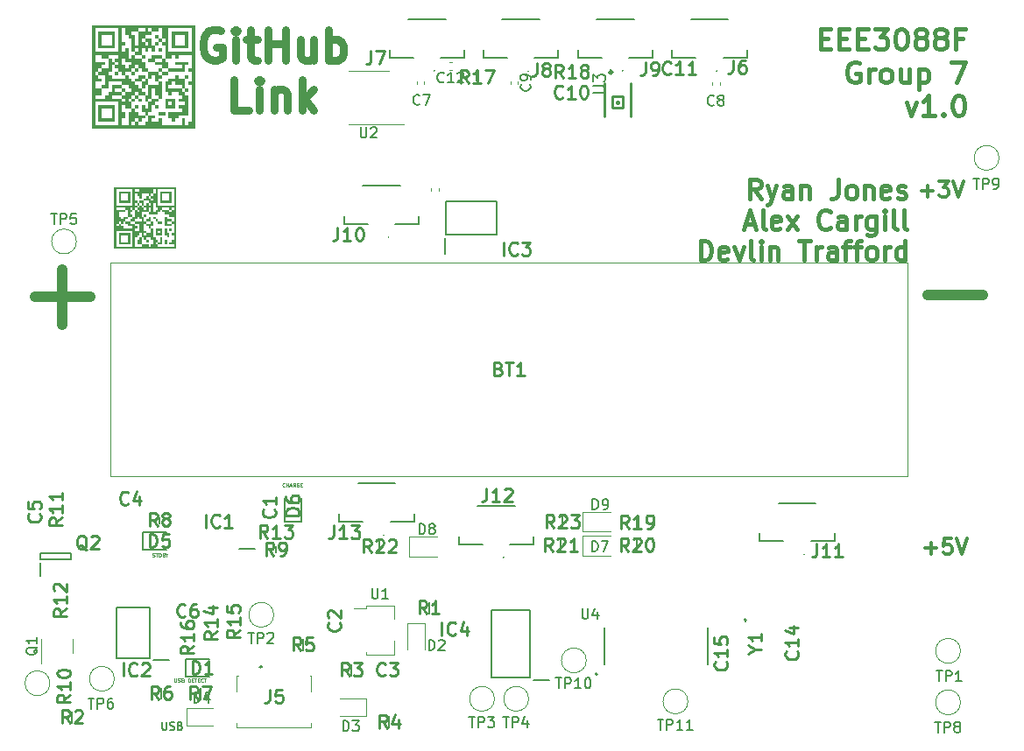
<source format=gbr>
%TF.GenerationSoftware,KiCad,Pcbnew,(6.0.2)*%
%TF.CreationDate,2022-04-11T13:25:00+02:00*%
%TF.ProjectId,main,6d61696e-2e6b-4696-9361-645f70636258,v0.02*%
%TF.SameCoordinates,Original*%
%TF.FileFunction,Legend,Top*%
%TF.FilePolarity,Positive*%
%FSLAX46Y46*%
G04 Gerber Fmt 4.6, Leading zero omitted, Abs format (unit mm)*
G04 Created by KiCad (PCBNEW (6.0.2)) date 2022-04-11 13:25:00*
%MOMM*%
%LPD*%
G01*
G04 APERTURE LIST*
%ADD10C,0.300000*%
%ADD11C,0.087500*%
%ADD12C,1.000000*%
%ADD13C,0.400000*%
%ADD14C,0.750000*%
%ADD15C,0.187500*%
%ADD16C,0.254000*%
%ADD17C,0.150000*%
%ADD18C,0.152000*%
%ADD19C,0.200000*%
%ADD20C,0.120000*%
%ADD21C,0.100000*%
%ADD22C,0.127000*%
G04 APERTURE END LIST*
D10*
X176831428Y-87297142D02*
X177974285Y-87297142D01*
X177402857Y-87868571D02*
X177402857Y-86725714D01*
X178545714Y-86368571D02*
X179474285Y-86368571D01*
X178974285Y-86940000D01*
X179188571Y-86940000D01*
X179331428Y-87011428D01*
X179402857Y-87082857D01*
X179474285Y-87225714D01*
X179474285Y-87582857D01*
X179402857Y-87725714D01*
X179331428Y-87797142D01*
X179188571Y-87868571D01*
X178760000Y-87868571D01*
X178617142Y-87797142D01*
X178545714Y-87725714D01*
X179902857Y-86368571D02*
X180402857Y-87868571D01*
X180902857Y-86368571D01*
D11*
X102516666Y-122641666D02*
X102566666Y-122658333D01*
X102650000Y-122658333D01*
X102683333Y-122641666D01*
X102700000Y-122625000D01*
X102716666Y-122591666D01*
X102716666Y-122558333D01*
X102700000Y-122525000D01*
X102683333Y-122508333D01*
X102650000Y-122491666D01*
X102583333Y-122475000D01*
X102550000Y-122458333D01*
X102533333Y-122441666D01*
X102516666Y-122408333D01*
X102516666Y-122375000D01*
X102533333Y-122341666D01*
X102550000Y-122325000D01*
X102583333Y-122308333D01*
X102666666Y-122308333D01*
X102716666Y-122325000D01*
X102816666Y-122308333D02*
X103016666Y-122308333D01*
X102916666Y-122658333D02*
X102916666Y-122308333D01*
X103133333Y-122658333D02*
X103133333Y-122308333D01*
X103216666Y-122308333D01*
X103266666Y-122325000D01*
X103300000Y-122358333D01*
X103316666Y-122391666D01*
X103333333Y-122458333D01*
X103333333Y-122508333D01*
X103316666Y-122575000D01*
X103300000Y-122608333D01*
X103266666Y-122641666D01*
X103216666Y-122658333D01*
X103133333Y-122658333D01*
X103600000Y-122475000D02*
X103650000Y-122491666D01*
X103666666Y-122508333D01*
X103683333Y-122541666D01*
X103683333Y-122591666D01*
X103666666Y-122625000D01*
X103650000Y-122641666D01*
X103616666Y-122658333D01*
X103483333Y-122658333D01*
X103483333Y-122308333D01*
X103600000Y-122308333D01*
X103633333Y-122325000D01*
X103650000Y-122341666D01*
X103666666Y-122375000D01*
X103666666Y-122408333D01*
X103650000Y-122441666D01*
X103633333Y-122458333D01*
X103600000Y-122475000D01*
X103483333Y-122475000D01*
X103900000Y-122491666D02*
X103900000Y-122658333D01*
X103783333Y-122308333D02*
X103900000Y-122491666D01*
X104016666Y-122308333D01*
X104631666Y-134428333D02*
X104631666Y-134711666D01*
X104648333Y-134745000D01*
X104665000Y-134761666D01*
X104698333Y-134778333D01*
X104765000Y-134778333D01*
X104798333Y-134761666D01*
X104815000Y-134745000D01*
X104831666Y-134711666D01*
X104831666Y-134428333D01*
X104981666Y-134761666D02*
X105031666Y-134778333D01*
X105115000Y-134778333D01*
X105148333Y-134761666D01*
X105165000Y-134745000D01*
X105181666Y-134711666D01*
X105181666Y-134678333D01*
X105165000Y-134645000D01*
X105148333Y-134628333D01*
X105115000Y-134611666D01*
X105048333Y-134595000D01*
X105015000Y-134578333D01*
X104998333Y-134561666D01*
X104981666Y-134528333D01*
X104981666Y-134495000D01*
X104998333Y-134461666D01*
X105015000Y-134445000D01*
X105048333Y-134428333D01*
X105131666Y-134428333D01*
X105181666Y-134445000D01*
X105448333Y-134595000D02*
X105498333Y-134611666D01*
X105515000Y-134628333D01*
X105531666Y-134661666D01*
X105531666Y-134711666D01*
X105515000Y-134745000D01*
X105498333Y-134761666D01*
X105465000Y-134778333D01*
X105331666Y-134778333D01*
X105331666Y-134428333D01*
X105448333Y-134428333D01*
X105481666Y-134445000D01*
X105498333Y-134461666D01*
X105515000Y-134495000D01*
X105515000Y-134528333D01*
X105498333Y-134561666D01*
X105481666Y-134578333D01*
X105448333Y-134595000D01*
X105331666Y-134595000D01*
X105948333Y-134778333D02*
X105948333Y-134428333D01*
X106031666Y-134428333D01*
X106081666Y-134445000D01*
X106115000Y-134478333D01*
X106131666Y-134511666D01*
X106148333Y-134578333D01*
X106148333Y-134628333D01*
X106131666Y-134695000D01*
X106115000Y-134728333D01*
X106081666Y-134761666D01*
X106031666Y-134778333D01*
X105948333Y-134778333D01*
X106298333Y-134595000D02*
X106415000Y-134595000D01*
X106465000Y-134778333D02*
X106298333Y-134778333D01*
X106298333Y-134428333D01*
X106465000Y-134428333D01*
X106565000Y-134428333D02*
X106765000Y-134428333D01*
X106665000Y-134778333D02*
X106665000Y-134428333D01*
X106881666Y-134595000D02*
X106998333Y-134595000D01*
X107048333Y-134778333D02*
X106881666Y-134778333D01*
X106881666Y-134428333D01*
X107048333Y-134428333D01*
X107398333Y-134745000D02*
X107381666Y-134761666D01*
X107331666Y-134778333D01*
X107298333Y-134778333D01*
X107248333Y-134761666D01*
X107215000Y-134728333D01*
X107198333Y-134695000D01*
X107181666Y-134628333D01*
X107181666Y-134578333D01*
X107198333Y-134511666D01*
X107215000Y-134478333D01*
X107248333Y-134445000D01*
X107298333Y-134428333D01*
X107331666Y-134428333D01*
X107381666Y-134445000D01*
X107398333Y-134461666D01*
X107498333Y-134428333D02*
X107698333Y-134428333D01*
X107598333Y-134778333D02*
X107598333Y-134428333D01*
D12*
X177458333Y-97375000D02*
X182791666Y-97375000D01*
D10*
X177161428Y-121837142D02*
X178304285Y-121837142D01*
X177732857Y-122408571D02*
X177732857Y-121265714D01*
X179732857Y-120908571D02*
X179018571Y-120908571D01*
X178947142Y-121622857D01*
X179018571Y-121551428D01*
X179161428Y-121480000D01*
X179518571Y-121480000D01*
X179661428Y-121551428D01*
X179732857Y-121622857D01*
X179804285Y-121765714D01*
X179804285Y-122122857D01*
X179732857Y-122265714D01*
X179661428Y-122337142D01*
X179518571Y-122408571D01*
X179161428Y-122408571D01*
X179018571Y-122337142D01*
X178947142Y-122265714D01*
X180232857Y-120908571D02*
X180732857Y-122408571D01*
X181232857Y-120908571D01*
D13*
X161310476Y-87999980D02*
X160693809Y-87123790D01*
X160253333Y-87999980D02*
X160253333Y-86159980D01*
X160958095Y-86159980D01*
X161134285Y-86247600D01*
X161222380Y-86335219D01*
X161310476Y-86510457D01*
X161310476Y-86773314D01*
X161222380Y-86948552D01*
X161134285Y-87036171D01*
X160958095Y-87123790D01*
X160253333Y-87123790D01*
X161927142Y-86773314D02*
X162367619Y-87999980D01*
X162808095Y-86773314D02*
X162367619Y-87999980D01*
X162191428Y-88438076D01*
X162103333Y-88525695D01*
X161927142Y-88613314D01*
X164305714Y-87999980D02*
X164305714Y-87036171D01*
X164217619Y-86860933D01*
X164041428Y-86773314D01*
X163689047Y-86773314D01*
X163512857Y-86860933D01*
X164305714Y-87912361D02*
X164129523Y-87999980D01*
X163689047Y-87999980D01*
X163512857Y-87912361D01*
X163424761Y-87737123D01*
X163424761Y-87561885D01*
X163512857Y-87386647D01*
X163689047Y-87299028D01*
X164129523Y-87299028D01*
X164305714Y-87211409D01*
X165186666Y-86773314D02*
X165186666Y-87999980D01*
X165186666Y-86948552D02*
X165274761Y-86860933D01*
X165450952Y-86773314D01*
X165715238Y-86773314D01*
X165891428Y-86860933D01*
X165979523Y-87036171D01*
X165979523Y-87999980D01*
X168798571Y-86159980D02*
X168798571Y-87474266D01*
X168710476Y-87737123D01*
X168534285Y-87912361D01*
X168270000Y-87999980D01*
X168093809Y-87999980D01*
X169943809Y-87999980D02*
X169767619Y-87912361D01*
X169679523Y-87824742D01*
X169591428Y-87649504D01*
X169591428Y-87123790D01*
X169679523Y-86948552D01*
X169767619Y-86860933D01*
X169943809Y-86773314D01*
X170208095Y-86773314D01*
X170384285Y-86860933D01*
X170472380Y-86948552D01*
X170560476Y-87123790D01*
X170560476Y-87649504D01*
X170472380Y-87824742D01*
X170384285Y-87912361D01*
X170208095Y-87999980D01*
X169943809Y-87999980D01*
X171353333Y-86773314D02*
X171353333Y-87999980D01*
X171353333Y-86948552D02*
X171441428Y-86860933D01*
X171617619Y-86773314D01*
X171881904Y-86773314D01*
X172058095Y-86860933D01*
X172146190Y-87036171D01*
X172146190Y-87999980D01*
X173731904Y-87912361D02*
X173555714Y-87999980D01*
X173203333Y-87999980D01*
X173027142Y-87912361D01*
X172939047Y-87737123D01*
X172939047Y-87036171D01*
X173027142Y-86860933D01*
X173203333Y-86773314D01*
X173555714Y-86773314D01*
X173731904Y-86860933D01*
X173820000Y-87036171D01*
X173820000Y-87211409D01*
X172939047Y-87386647D01*
X174524761Y-87912361D02*
X174700952Y-87999980D01*
X175053333Y-87999980D01*
X175229523Y-87912361D01*
X175317619Y-87737123D01*
X175317619Y-87649504D01*
X175229523Y-87474266D01*
X175053333Y-87386647D01*
X174789047Y-87386647D01*
X174612857Y-87299028D01*
X174524761Y-87123790D01*
X174524761Y-87036171D01*
X174612857Y-86860933D01*
X174789047Y-86773314D01*
X175053333Y-86773314D01*
X175229523Y-86860933D01*
X159812857Y-90436666D02*
X160693809Y-90436666D01*
X159636666Y-90962380D02*
X160253333Y-89122380D01*
X160870000Y-90962380D01*
X161750952Y-90962380D02*
X161574761Y-90874761D01*
X161486666Y-90699523D01*
X161486666Y-89122380D01*
X163160476Y-90874761D02*
X162984285Y-90962380D01*
X162631904Y-90962380D01*
X162455714Y-90874761D01*
X162367619Y-90699523D01*
X162367619Y-89998571D01*
X162455714Y-89823333D01*
X162631904Y-89735714D01*
X162984285Y-89735714D01*
X163160476Y-89823333D01*
X163248571Y-89998571D01*
X163248571Y-90173809D01*
X162367619Y-90349047D01*
X163865238Y-90962380D02*
X164834285Y-89735714D01*
X163865238Y-89735714D02*
X164834285Y-90962380D01*
X168005714Y-90787142D02*
X167917619Y-90874761D01*
X167653333Y-90962380D01*
X167477142Y-90962380D01*
X167212857Y-90874761D01*
X167036666Y-90699523D01*
X166948571Y-90524285D01*
X166860476Y-90173809D01*
X166860476Y-89910952D01*
X166948571Y-89560476D01*
X167036666Y-89385238D01*
X167212857Y-89210000D01*
X167477142Y-89122380D01*
X167653333Y-89122380D01*
X167917619Y-89210000D01*
X168005714Y-89297619D01*
X169591428Y-90962380D02*
X169591428Y-89998571D01*
X169503333Y-89823333D01*
X169327142Y-89735714D01*
X168974761Y-89735714D01*
X168798571Y-89823333D01*
X169591428Y-90874761D02*
X169415238Y-90962380D01*
X168974761Y-90962380D01*
X168798571Y-90874761D01*
X168710476Y-90699523D01*
X168710476Y-90524285D01*
X168798571Y-90349047D01*
X168974761Y-90261428D01*
X169415238Y-90261428D01*
X169591428Y-90173809D01*
X170472380Y-90962380D02*
X170472380Y-89735714D01*
X170472380Y-90086190D02*
X170560476Y-89910952D01*
X170648571Y-89823333D01*
X170824761Y-89735714D01*
X171000952Y-89735714D01*
X172410476Y-89735714D02*
X172410476Y-91225238D01*
X172322380Y-91400476D01*
X172234285Y-91488095D01*
X172058095Y-91575714D01*
X171793809Y-91575714D01*
X171617619Y-91488095D01*
X172410476Y-90874761D02*
X172234285Y-90962380D01*
X171881904Y-90962380D01*
X171705714Y-90874761D01*
X171617619Y-90787142D01*
X171529523Y-90611904D01*
X171529523Y-90086190D01*
X171617619Y-89910952D01*
X171705714Y-89823333D01*
X171881904Y-89735714D01*
X172234285Y-89735714D01*
X172410476Y-89823333D01*
X173291428Y-90962380D02*
X173291428Y-89735714D01*
X173291428Y-89122380D02*
X173203333Y-89210000D01*
X173291428Y-89297619D01*
X173379523Y-89210000D01*
X173291428Y-89122380D01*
X173291428Y-89297619D01*
X174436666Y-90962380D02*
X174260476Y-90874761D01*
X174172380Y-90699523D01*
X174172380Y-89122380D01*
X175405714Y-90962380D02*
X175229523Y-90874761D01*
X175141428Y-90699523D01*
X175141428Y-89122380D01*
X155496190Y-93924780D02*
X155496190Y-92084780D01*
X155936666Y-92084780D01*
X156200952Y-92172400D01*
X156377142Y-92347638D01*
X156465238Y-92522876D01*
X156553333Y-92873352D01*
X156553333Y-93136209D01*
X156465238Y-93486685D01*
X156377142Y-93661923D01*
X156200952Y-93837161D01*
X155936666Y-93924780D01*
X155496190Y-93924780D01*
X158050952Y-93837161D02*
X157874761Y-93924780D01*
X157522380Y-93924780D01*
X157346190Y-93837161D01*
X157258095Y-93661923D01*
X157258095Y-92960971D01*
X157346190Y-92785733D01*
X157522380Y-92698114D01*
X157874761Y-92698114D01*
X158050952Y-92785733D01*
X158139047Y-92960971D01*
X158139047Y-93136209D01*
X157258095Y-93311447D01*
X158755714Y-92698114D02*
X159196190Y-93924780D01*
X159636666Y-92698114D01*
X160605714Y-93924780D02*
X160429523Y-93837161D01*
X160341428Y-93661923D01*
X160341428Y-92084780D01*
X161310476Y-93924780D02*
X161310476Y-92698114D01*
X161310476Y-92084780D02*
X161222380Y-92172400D01*
X161310476Y-92260019D01*
X161398571Y-92172400D01*
X161310476Y-92084780D01*
X161310476Y-92260019D01*
X162191428Y-92698114D02*
X162191428Y-93924780D01*
X162191428Y-92873352D02*
X162279523Y-92785733D01*
X162455714Y-92698114D01*
X162720000Y-92698114D01*
X162896190Y-92785733D01*
X162984285Y-92960971D01*
X162984285Y-93924780D01*
X165010476Y-92084780D02*
X166067619Y-92084780D01*
X165539047Y-93924780D02*
X165539047Y-92084780D01*
X166684285Y-93924780D02*
X166684285Y-92698114D01*
X166684285Y-93048590D02*
X166772380Y-92873352D01*
X166860476Y-92785733D01*
X167036666Y-92698114D01*
X167212857Y-92698114D01*
X168622380Y-93924780D02*
X168622380Y-92960971D01*
X168534285Y-92785733D01*
X168358095Y-92698114D01*
X168005714Y-92698114D01*
X167829523Y-92785733D01*
X168622380Y-93837161D02*
X168446190Y-93924780D01*
X168005714Y-93924780D01*
X167829523Y-93837161D01*
X167741428Y-93661923D01*
X167741428Y-93486685D01*
X167829523Y-93311447D01*
X168005714Y-93223828D01*
X168446190Y-93223828D01*
X168622380Y-93136209D01*
X169239047Y-92698114D02*
X169943809Y-92698114D01*
X169503333Y-93924780D02*
X169503333Y-92347638D01*
X169591428Y-92172400D01*
X169767619Y-92084780D01*
X169943809Y-92084780D01*
X170296190Y-92698114D02*
X171000952Y-92698114D01*
X170560476Y-93924780D02*
X170560476Y-92347638D01*
X170648571Y-92172400D01*
X170824761Y-92084780D01*
X171000952Y-92084780D01*
X171881904Y-93924780D02*
X171705714Y-93837161D01*
X171617619Y-93749542D01*
X171529523Y-93574304D01*
X171529523Y-93048590D01*
X171617619Y-92873352D01*
X171705714Y-92785733D01*
X171881904Y-92698114D01*
X172146190Y-92698114D01*
X172322380Y-92785733D01*
X172410476Y-92873352D01*
X172498571Y-93048590D01*
X172498571Y-93574304D01*
X172410476Y-93749542D01*
X172322380Y-93837161D01*
X172146190Y-93924780D01*
X171881904Y-93924780D01*
X173291428Y-93924780D02*
X173291428Y-92698114D01*
X173291428Y-93048590D02*
X173379523Y-92873352D01*
X173467619Y-92785733D01*
X173643809Y-92698114D01*
X173820000Y-92698114D01*
X175229523Y-93924780D02*
X175229523Y-92084780D01*
X175229523Y-93837161D02*
X175053333Y-93924780D01*
X174700952Y-93924780D01*
X174524761Y-93837161D01*
X174436666Y-93749542D01*
X174348571Y-93574304D01*
X174348571Y-93048590D01*
X174436666Y-92873352D01*
X174524761Y-92785733D01*
X174700952Y-92698114D01*
X175053333Y-92698114D01*
X175229523Y-92785733D01*
D11*
X115286666Y-115845000D02*
X115270000Y-115861666D01*
X115220000Y-115878333D01*
X115186666Y-115878333D01*
X115136666Y-115861666D01*
X115103333Y-115828333D01*
X115086666Y-115795000D01*
X115070000Y-115728333D01*
X115070000Y-115678333D01*
X115086666Y-115611666D01*
X115103333Y-115578333D01*
X115136666Y-115545000D01*
X115186666Y-115528333D01*
X115220000Y-115528333D01*
X115270000Y-115545000D01*
X115286666Y-115561666D01*
X115436666Y-115878333D02*
X115436666Y-115528333D01*
X115436666Y-115695000D02*
X115636666Y-115695000D01*
X115636666Y-115878333D02*
X115636666Y-115528333D01*
X115786666Y-115778333D02*
X115953333Y-115778333D01*
X115753333Y-115878333D02*
X115870000Y-115528333D01*
X115986666Y-115878333D01*
X116303333Y-115878333D02*
X116186666Y-115711666D01*
X116103333Y-115878333D02*
X116103333Y-115528333D01*
X116236666Y-115528333D01*
X116270000Y-115545000D01*
X116286666Y-115561666D01*
X116303333Y-115595000D01*
X116303333Y-115645000D01*
X116286666Y-115678333D01*
X116270000Y-115695000D01*
X116236666Y-115711666D01*
X116103333Y-115711666D01*
X116636666Y-115545000D02*
X116603333Y-115528333D01*
X116553333Y-115528333D01*
X116503333Y-115545000D01*
X116470000Y-115578333D01*
X116453333Y-115611666D01*
X116436666Y-115678333D01*
X116436666Y-115728333D01*
X116453333Y-115795000D01*
X116470000Y-115828333D01*
X116503333Y-115861666D01*
X116553333Y-115878333D01*
X116586666Y-115878333D01*
X116636666Y-115861666D01*
X116653333Y-115845000D01*
X116653333Y-115728333D01*
X116586666Y-115728333D01*
X116803333Y-115695000D02*
X116920000Y-115695000D01*
X116970000Y-115878333D02*
X116803333Y-115878333D01*
X116803333Y-115528333D01*
X116970000Y-115528333D01*
D14*
X109108571Y-71785000D02*
X108822857Y-71642142D01*
X108394285Y-71642142D01*
X107965714Y-71785000D01*
X107680000Y-72070714D01*
X107537142Y-72356428D01*
X107394285Y-72927857D01*
X107394285Y-73356428D01*
X107537142Y-73927857D01*
X107680000Y-74213571D01*
X107965714Y-74499285D01*
X108394285Y-74642142D01*
X108680000Y-74642142D01*
X109108571Y-74499285D01*
X109251428Y-74356428D01*
X109251428Y-73356428D01*
X108680000Y-73356428D01*
X110537142Y-74642142D02*
X110537142Y-72642142D01*
X110537142Y-71642142D02*
X110394285Y-71785000D01*
X110537142Y-71927857D01*
X110680000Y-71785000D01*
X110537142Y-71642142D01*
X110537142Y-71927857D01*
X111537142Y-72642142D02*
X112680000Y-72642142D01*
X111965714Y-71642142D02*
X111965714Y-74213571D01*
X112108571Y-74499285D01*
X112394285Y-74642142D01*
X112680000Y-74642142D01*
X113680000Y-74642142D02*
X113680000Y-71642142D01*
X113680000Y-73070714D02*
X115394285Y-73070714D01*
X115394285Y-74642142D02*
X115394285Y-71642142D01*
X118108571Y-72642142D02*
X118108571Y-74642142D01*
X116822857Y-72642142D02*
X116822857Y-74213571D01*
X116965714Y-74499285D01*
X117251428Y-74642142D01*
X117680000Y-74642142D01*
X117965714Y-74499285D01*
X118108571Y-74356428D01*
X119537142Y-74642142D02*
X119537142Y-71642142D01*
X119537142Y-72785000D02*
X119822857Y-72642142D01*
X120394285Y-72642142D01*
X120680000Y-72785000D01*
X120822857Y-72927857D01*
X120965714Y-73213571D01*
X120965714Y-74070714D01*
X120822857Y-74356428D01*
X120680000Y-74499285D01*
X120394285Y-74642142D01*
X119822857Y-74642142D01*
X119537142Y-74499285D01*
X111822857Y-79472142D02*
X110394285Y-79472142D01*
X110394285Y-76472142D01*
X112822857Y-79472142D02*
X112822857Y-77472142D01*
X112822857Y-76472142D02*
X112680000Y-76615000D01*
X112822857Y-76757857D01*
X112965714Y-76615000D01*
X112822857Y-76472142D01*
X112822857Y-76757857D01*
X114251428Y-77472142D02*
X114251428Y-79472142D01*
X114251428Y-77757857D02*
X114394285Y-77615000D01*
X114680000Y-77472142D01*
X115108571Y-77472142D01*
X115394285Y-77615000D01*
X115537142Y-77900714D01*
X115537142Y-79472142D01*
X116965714Y-79472142D02*
X116965714Y-76472142D01*
X117251428Y-78329285D02*
X118108571Y-79472142D01*
X118108571Y-77472142D02*
X116965714Y-78615000D01*
D15*
X103443571Y-138659285D02*
X103443571Y-139266428D01*
X103479285Y-139337857D01*
X103515000Y-139373571D01*
X103586428Y-139409285D01*
X103729285Y-139409285D01*
X103800714Y-139373571D01*
X103836428Y-139337857D01*
X103872142Y-139266428D01*
X103872142Y-138659285D01*
X104193571Y-139373571D02*
X104300714Y-139409285D01*
X104479285Y-139409285D01*
X104550714Y-139373571D01*
X104586428Y-139337857D01*
X104622142Y-139266428D01*
X104622142Y-139195000D01*
X104586428Y-139123571D01*
X104550714Y-139087857D01*
X104479285Y-139052142D01*
X104336428Y-139016428D01*
X104265000Y-138980714D01*
X104229285Y-138945000D01*
X104193571Y-138873571D01*
X104193571Y-138802142D01*
X104229285Y-138730714D01*
X104265000Y-138695000D01*
X104336428Y-138659285D01*
X104515000Y-138659285D01*
X104622142Y-138695000D01*
X105193571Y-139016428D02*
X105300714Y-139052142D01*
X105336428Y-139087857D01*
X105372142Y-139159285D01*
X105372142Y-139266428D01*
X105336428Y-139337857D01*
X105300714Y-139373571D01*
X105229285Y-139409285D01*
X104943571Y-139409285D01*
X104943571Y-138659285D01*
X105193571Y-138659285D01*
X105265000Y-138695000D01*
X105300714Y-138730714D01*
X105336428Y-138802142D01*
X105336428Y-138873571D01*
X105300714Y-138945000D01*
X105265000Y-138980714D01*
X105193571Y-139016428D01*
X104943571Y-139016428D01*
D12*
X91133333Y-97525000D02*
X96466666Y-97525000D01*
X93800000Y-100191666D02*
X93800000Y-94858333D01*
D13*
X167084285Y-72527142D02*
X167750952Y-72527142D01*
X168036666Y-73574761D02*
X167084285Y-73574761D01*
X167084285Y-71574761D01*
X168036666Y-71574761D01*
X168893809Y-72527142D02*
X169560476Y-72527142D01*
X169846190Y-73574761D02*
X168893809Y-73574761D01*
X168893809Y-71574761D01*
X169846190Y-71574761D01*
X170703333Y-72527142D02*
X171370000Y-72527142D01*
X171655714Y-73574761D02*
X170703333Y-73574761D01*
X170703333Y-71574761D01*
X171655714Y-71574761D01*
X172322380Y-71574761D02*
X173560476Y-71574761D01*
X172893809Y-72336666D01*
X173179523Y-72336666D01*
X173369999Y-72431904D01*
X173465238Y-72527142D01*
X173560476Y-72717619D01*
X173560476Y-73193809D01*
X173465238Y-73384285D01*
X173369999Y-73479523D01*
X173179523Y-73574761D01*
X172608095Y-73574761D01*
X172417619Y-73479523D01*
X172322380Y-73384285D01*
X174798571Y-71574761D02*
X174989047Y-71574761D01*
X175179523Y-71670000D01*
X175274761Y-71765238D01*
X175370000Y-71955714D01*
X175465238Y-72336666D01*
X175465238Y-72812857D01*
X175370000Y-73193809D01*
X175274761Y-73384285D01*
X175179523Y-73479523D01*
X174989047Y-73574761D01*
X174798571Y-73574761D01*
X174608095Y-73479523D01*
X174512857Y-73384285D01*
X174417619Y-73193809D01*
X174322380Y-72812857D01*
X174322380Y-72336666D01*
X174417619Y-71955714D01*
X174512857Y-71765238D01*
X174608095Y-71670000D01*
X174798571Y-71574761D01*
X176608095Y-72431904D02*
X176417619Y-72336666D01*
X176322380Y-72241428D01*
X176227142Y-72050952D01*
X176227142Y-71955714D01*
X176322380Y-71765238D01*
X176417619Y-71670000D01*
X176608095Y-71574761D01*
X176989047Y-71574761D01*
X177179523Y-71670000D01*
X177274761Y-71765238D01*
X177370000Y-71955714D01*
X177370000Y-72050952D01*
X177274761Y-72241428D01*
X177179523Y-72336666D01*
X176989047Y-72431904D01*
X176608095Y-72431904D01*
X176417619Y-72527142D01*
X176322380Y-72622380D01*
X176227142Y-72812857D01*
X176227142Y-73193809D01*
X176322380Y-73384285D01*
X176417619Y-73479523D01*
X176608095Y-73574761D01*
X176989047Y-73574761D01*
X177179523Y-73479523D01*
X177274761Y-73384285D01*
X177370000Y-73193809D01*
X177370000Y-72812857D01*
X177274761Y-72622380D01*
X177179523Y-72527142D01*
X176989047Y-72431904D01*
X178512857Y-72431904D02*
X178322380Y-72336666D01*
X178227142Y-72241428D01*
X178131904Y-72050952D01*
X178131904Y-71955714D01*
X178227142Y-71765238D01*
X178322380Y-71670000D01*
X178512857Y-71574761D01*
X178893809Y-71574761D01*
X179084285Y-71670000D01*
X179179523Y-71765238D01*
X179274761Y-71955714D01*
X179274761Y-72050952D01*
X179179523Y-72241428D01*
X179084285Y-72336666D01*
X178893809Y-72431904D01*
X178512857Y-72431904D01*
X178322380Y-72527142D01*
X178227142Y-72622380D01*
X178131904Y-72812857D01*
X178131904Y-73193809D01*
X178227142Y-73384285D01*
X178322380Y-73479523D01*
X178512857Y-73574761D01*
X178893809Y-73574761D01*
X179084285Y-73479523D01*
X179179523Y-73384285D01*
X179274761Y-73193809D01*
X179274761Y-72812857D01*
X179179523Y-72622380D01*
X179084285Y-72527142D01*
X178893809Y-72431904D01*
X180798571Y-72527142D02*
X180131904Y-72527142D01*
X180131904Y-73574761D02*
X180131904Y-71574761D01*
X181084285Y-71574761D01*
X170798571Y-74890000D02*
X170608095Y-74794761D01*
X170322380Y-74794761D01*
X170036666Y-74890000D01*
X169846190Y-75080476D01*
X169750952Y-75270952D01*
X169655714Y-75651904D01*
X169655714Y-75937619D01*
X169750952Y-76318571D01*
X169846190Y-76509047D01*
X170036666Y-76699523D01*
X170322380Y-76794761D01*
X170512857Y-76794761D01*
X170798571Y-76699523D01*
X170893809Y-76604285D01*
X170893809Y-75937619D01*
X170512857Y-75937619D01*
X171750952Y-76794761D02*
X171750952Y-75461428D01*
X171750952Y-75842380D02*
X171846190Y-75651904D01*
X171941428Y-75556666D01*
X172131904Y-75461428D01*
X172322380Y-75461428D01*
X173274761Y-76794761D02*
X173084285Y-76699523D01*
X172989047Y-76604285D01*
X172893809Y-76413809D01*
X172893809Y-75842380D01*
X172989047Y-75651904D01*
X173084285Y-75556666D01*
X173274761Y-75461428D01*
X173560476Y-75461428D01*
X173750952Y-75556666D01*
X173846190Y-75651904D01*
X173941428Y-75842380D01*
X173941428Y-76413809D01*
X173846190Y-76604285D01*
X173750952Y-76699523D01*
X173560476Y-76794761D01*
X173274761Y-76794761D01*
X175655714Y-75461428D02*
X175655714Y-76794761D01*
X174798571Y-75461428D02*
X174798571Y-76509047D01*
X174893809Y-76699523D01*
X175084285Y-76794761D01*
X175370000Y-76794761D01*
X175560476Y-76699523D01*
X175655714Y-76604285D01*
X176608095Y-75461428D02*
X176608095Y-77461428D01*
X176608095Y-75556666D02*
X176798571Y-75461428D01*
X177179523Y-75461428D01*
X177370000Y-75556666D01*
X177465238Y-75651904D01*
X177560476Y-75842380D01*
X177560476Y-76413809D01*
X177465238Y-76604285D01*
X177370000Y-76699523D01*
X177179523Y-76794761D01*
X176798571Y-76794761D01*
X176608095Y-76699523D01*
X179750952Y-74794761D02*
X181084285Y-74794761D01*
X180227142Y-76794761D01*
X175370000Y-78681428D02*
X175846190Y-80014761D01*
X176322380Y-78681428D01*
X178131904Y-80014761D02*
X176989047Y-80014761D01*
X177560476Y-80014761D02*
X177560476Y-78014761D01*
X177370000Y-78300476D01*
X177179523Y-78490952D01*
X176989047Y-78586190D01*
X178989047Y-79824285D02*
X179084285Y-79919523D01*
X178989047Y-80014761D01*
X178893809Y-79919523D01*
X178989047Y-79824285D01*
X178989047Y-80014761D01*
X180322380Y-78014761D02*
X180512857Y-78014761D01*
X180703333Y-78110000D01*
X180798571Y-78205238D01*
X180893809Y-78395714D01*
X180989047Y-78776666D01*
X180989047Y-79252857D01*
X180893809Y-79633809D01*
X180798571Y-79824285D01*
X180703333Y-79919523D01*
X180512857Y-80014761D01*
X180322380Y-80014761D01*
X180131904Y-79919523D01*
X180036666Y-79824285D01*
X179941428Y-79633809D01*
X179846190Y-79252857D01*
X179846190Y-78776666D01*
X179941428Y-78395714D01*
X180036666Y-78205238D01*
X180131904Y-78110000D01*
X180322380Y-78014761D01*
D16*
%TO.C,R23*%
X141313571Y-119884523D02*
X140890238Y-119279761D01*
X140587857Y-119884523D02*
X140587857Y-118614523D01*
X141071666Y-118614523D01*
X141192619Y-118675000D01*
X141253095Y-118735476D01*
X141313571Y-118856428D01*
X141313571Y-119037857D01*
X141253095Y-119158809D01*
X141192619Y-119219285D01*
X141071666Y-119279761D01*
X140587857Y-119279761D01*
X141797380Y-118735476D02*
X141857857Y-118675000D01*
X141978809Y-118614523D01*
X142281190Y-118614523D01*
X142402142Y-118675000D01*
X142462619Y-118735476D01*
X142523095Y-118856428D01*
X142523095Y-118977380D01*
X142462619Y-119158809D01*
X141736904Y-119884523D01*
X142523095Y-119884523D01*
X142946428Y-118614523D02*
X143732619Y-118614523D01*
X143309285Y-119098333D01*
X143490714Y-119098333D01*
X143611666Y-119158809D01*
X143672142Y-119219285D01*
X143732619Y-119340238D01*
X143732619Y-119642619D01*
X143672142Y-119763571D01*
X143611666Y-119824047D01*
X143490714Y-119884523D01*
X143127857Y-119884523D01*
X143006904Y-119824047D01*
X142946428Y-119763571D01*
%TO.C,C5*%
X91603571Y-118501666D02*
X91664047Y-118562142D01*
X91724523Y-118743571D01*
X91724523Y-118864523D01*
X91664047Y-119045952D01*
X91543095Y-119166904D01*
X91422142Y-119227380D01*
X91180238Y-119287857D01*
X90998809Y-119287857D01*
X90756904Y-119227380D01*
X90635952Y-119166904D01*
X90515000Y-119045952D01*
X90454523Y-118864523D01*
X90454523Y-118743571D01*
X90515000Y-118562142D01*
X90575476Y-118501666D01*
X90454523Y-117352619D02*
X90454523Y-117957380D01*
X91059285Y-118017857D01*
X90998809Y-117957380D01*
X90938333Y-117836428D01*
X90938333Y-117534047D01*
X90998809Y-117413095D01*
X91059285Y-117352619D01*
X91180238Y-117292142D01*
X91482619Y-117292142D01*
X91603571Y-117352619D01*
X91664047Y-117413095D01*
X91724523Y-117534047D01*
X91724523Y-117836428D01*
X91664047Y-117957380D01*
X91603571Y-118017857D01*
%TO.C,C11*%
X152599571Y-75891571D02*
X152539095Y-75952047D01*
X152357666Y-76012523D01*
X152236714Y-76012523D01*
X152055285Y-75952047D01*
X151934333Y-75831095D01*
X151873857Y-75710142D01*
X151813380Y-75468238D01*
X151813380Y-75286809D01*
X151873857Y-75044904D01*
X151934333Y-74923952D01*
X152055285Y-74803000D01*
X152236714Y-74742523D01*
X152357666Y-74742523D01*
X152539095Y-74803000D01*
X152599571Y-74863476D01*
X153809095Y-76012523D02*
X153083380Y-76012523D01*
X153446238Y-76012523D02*
X153446238Y-74742523D01*
X153325285Y-74923952D01*
X153204333Y-75044904D01*
X153083380Y-75105380D01*
X155018619Y-76012523D02*
X154292904Y-76012523D01*
X154655761Y-76012523D02*
X154655761Y-74742523D01*
X154534809Y-74923952D01*
X154413857Y-75044904D01*
X154292904Y-75105380D01*
%TO.C,J11*%
X166701904Y-121414523D02*
X166701904Y-122321666D01*
X166641428Y-122503095D01*
X166520476Y-122624047D01*
X166339047Y-122684523D01*
X166218095Y-122684523D01*
X167971904Y-122684523D02*
X167246190Y-122684523D01*
X167609047Y-122684523D02*
X167609047Y-121414523D01*
X167488095Y-121595952D01*
X167367142Y-121716904D01*
X167246190Y-121777380D01*
X169181428Y-122684523D02*
X168455714Y-122684523D01*
X168818571Y-122684523D02*
X168818571Y-121414523D01*
X168697619Y-121595952D01*
X168576666Y-121716904D01*
X168455714Y-121777380D01*
%TO.C,C6*%
X105678333Y-128373571D02*
X105617857Y-128434047D01*
X105436428Y-128494523D01*
X105315476Y-128494523D01*
X105134047Y-128434047D01*
X105013095Y-128313095D01*
X104952619Y-128192142D01*
X104892142Y-127950238D01*
X104892142Y-127768809D01*
X104952619Y-127526904D01*
X105013095Y-127405952D01*
X105134047Y-127285000D01*
X105315476Y-127224523D01*
X105436428Y-127224523D01*
X105617857Y-127285000D01*
X105678333Y-127345476D01*
X106766904Y-127224523D02*
X106525000Y-127224523D01*
X106404047Y-127285000D01*
X106343571Y-127345476D01*
X106222619Y-127526904D01*
X106162142Y-127768809D01*
X106162142Y-128252619D01*
X106222619Y-128373571D01*
X106283095Y-128434047D01*
X106404047Y-128494523D01*
X106645952Y-128494523D01*
X106766904Y-128434047D01*
X106827380Y-128373571D01*
X106887857Y-128252619D01*
X106887857Y-127950238D01*
X106827380Y-127829285D01*
X106766904Y-127768809D01*
X106645952Y-127708333D01*
X106404047Y-127708333D01*
X106283095Y-127768809D01*
X106222619Y-127829285D01*
X106162142Y-127950238D01*
%TO.C,R7*%
X106908333Y-136464523D02*
X106485000Y-135859761D01*
X106182619Y-136464523D02*
X106182619Y-135194523D01*
X106666428Y-135194523D01*
X106787380Y-135255000D01*
X106847857Y-135315476D01*
X106908333Y-135436428D01*
X106908333Y-135617857D01*
X106847857Y-135738809D01*
X106787380Y-135799285D01*
X106666428Y-135859761D01*
X106182619Y-135859761D01*
X107331666Y-135194523D02*
X108178333Y-135194523D01*
X107634047Y-136464523D01*
D17*
%TO.C,TP2*%
X111768095Y-130008380D02*
X112339523Y-130008380D01*
X112053809Y-131008380D02*
X112053809Y-130008380D01*
X112672857Y-131008380D02*
X112672857Y-130008380D01*
X113053809Y-130008380D01*
X113149047Y-130056000D01*
X113196666Y-130103619D01*
X113244285Y-130198857D01*
X113244285Y-130341714D01*
X113196666Y-130436952D01*
X113149047Y-130484571D01*
X113053809Y-130532190D01*
X112672857Y-130532190D01*
X113625238Y-130103619D02*
X113672857Y-130056000D01*
X113768095Y-130008380D01*
X114006190Y-130008380D01*
X114101428Y-130056000D01*
X114149047Y-130103619D01*
X114196666Y-130198857D01*
X114196666Y-130294095D01*
X114149047Y-130436952D01*
X113577619Y-131008380D01*
X114196666Y-131008380D01*
D16*
%TO.C,R11*%
X93794523Y-118866428D02*
X93189761Y-119289761D01*
X93794523Y-119592142D02*
X92524523Y-119592142D01*
X92524523Y-119108333D01*
X92585000Y-118987380D01*
X92645476Y-118926904D01*
X92766428Y-118866428D01*
X92947857Y-118866428D01*
X93068809Y-118926904D01*
X93129285Y-118987380D01*
X93189761Y-119108333D01*
X93189761Y-119592142D01*
X93794523Y-117656904D02*
X93794523Y-118382619D01*
X93794523Y-118019761D02*
X92524523Y-118019761D01*
X92705952Y-118140714D01*
X92826904Y-118261666D01*
X92887380Y-118382619D01*
X93794523Y-116447380D02*
X93794523Y-117173095D01*
X93794523Y-116810238D02*
X92524523Y-116810238D01*
X92705952Y-116931190D01*
X92826904Y-117052142D01*
X92887380Y-117173095D01*
%TO.C,R18*%
X142203571Y-76334523D02*
X141780238Y-75729761D01*
X141477857Y-76334523D02*
X141477857Y-75064523D01*
X141961666Y-75064523D01*
X142082619Y-75125000D01*
X142143095Y-75185476D01*
X142203571Y-75306428D01*
X142203571Y-75487857D01*
X142143095Y-75608809D01*
X142082619Y-75669285D01*
X141961666Y-75729761D01*
X141477857Y-75729761D01*
X143413095Y-76334523D02*
X142687380Y-76334523D01*
X143050238Y-76334523D02*
X143050238Y-75064523D01*
X142929285Y-75245952D01*
X142808333Y-75366904D01*
X142687380Y-75427380D01*
X144138809Y-75608809D02*
X144017857Y-75548333D01*
X143957380Y-75487857D01*
X143896904Y-75366904D01*
X143896904Y-75306428D01*
X143957380Y-75185476D01*
X144017857Y-75125000D01*
X144138809Y-75064523D01*
X144380714Y-75064523D01*
X144501666Y-75125000D01*
X144562142Y-75185476D01*
X144622619Y-75306428D01*
X144622619Y-75366904D01*
X144562142Y-75487857D01*
X144501666Y-75548333D01*
X144380714Y-75608809D01*
X144138809Y-75608809D01*
X144017857Y-75669285D01*
X143957380Y-75729761D01*
X143896904Y-75850714D01*
X143896904Y-76092619D01*
X143957380Y-76213571D01*
X144017857Y-76274047D01*
X144138809Y-76334523D01*
X144380714Y-76334523D01*
X144501666Y-76274047D01*
X144562142Y-76213571D01*
X144622619Y-76092619D01*
X144622619Y-75850714D01*
X144562142Y-75729761D01*
X144501666Y-75669285D01*
X144380714Y-75608809D01*
%TO.C,BT1*%
X135977142Y-104459285D02*
X136158571Y-104519761D01*
X136219047Y-104580238D01*
X136279523Y-104701190D01*
X136279523Y-104882619D01*
X136219047Y-105003571D01*
X136158571Y-105064047D01*
X136037619Y-105124523D01*
X135553809Y-105124523D01*
X135553809Y-103854523D01*
X135977142Y-103854523D01*
X136098095Y-103915000D01*
X136158571Y-103975476D01*
X136219047Y-104096428D01*
X136219047Y-104217380D01*
X136158571Y-104338333D01*
X136098095Y-104398809D01*
X135977142Y-104459285D01*
X135553809Y-104459285D01*
X136642380Y-103854523D02*
X137368095Y-103854523D01*
X137005238Y-105124523D02*
X137005238Y-103854523D01*
X138456666Y-105124523D02*
X137730952Y-105124523D01*
X138093809Y-105124523D02*
X138093809Y-103854523D01*
X137972857Y-104035952D01*
X137851904Y-104156904D01*
X137730952Y-104217380D01*
%TO.C,R6*%
X103128333Y-136434523D02*
X102705000Y-135829761D01*
X102402619Y-136434523D02*
X102402619Y-135164523D01*
X102886428Y-135164523D01*
X103007380Y-135225000D01*
X103067857Y-135285476D01*
X103128333Y-135406428D01*
X103128333Y-135587857D01*
X103067857Y-135708809D01*
X103007380Y-135769285D01*
X102886428Y-135829761D01*
X102402619Y-135829761D01*
X104216904Y-135164523D02*
X103975000Y-135164523D01*
X103854047Y-135225000D01*
X103793571Y-135285476D01*
X103672619Y-135466904D01*
X103612142Y-135708809D01*
X103612142Y-136192619D01*
X103672619Y-136313571D01*
X103733095Y-136374047D01*
X103854047Y-136434523D01*
X104095952Y-136434523D01*
X104216904Y-136374047D01*
X104277380Y-136313571D01*
X104337857Y-136192619D01*
X104337857Y-135890238D01*
X104277380Y-135769285D01*
X104216904Y-135708809D01*
X104095952Y-135648333D01*
X103854047Y-135648333D01*
X103733095Y-135708809D01*
X103672619Y-135769285D01*
X103612142Y-135890238D01*
D17*
%TO.C,U2*%
X122628095Y-81112380D02*
X122628095Y-81921904D01*
X122675714Y-82017142D01*
X122723333Y-82064761D01*
X122818571Y-82112380D01*
X123009047Y-82112380D01*
X123104285Y-82064761D01*
X123151904Y-82017142D01*
X123199523Y-81921904D01*
X123199523Y-81112380D01*
X123628095Y-81207619D02*
X123675714Y-81160000D01*
X123770952Y-81112380D01*
X124009047Y-81112380D01*
X124104285Y-81160000D01*
X124151904Y-81207619D01*
X124199523Y-81302857D01*
X124199523Y-81398095D01*
X124151904Y-81540952D01*
X123580476Y-82112380D01*
X124199523Y-82112380D01*
%TO.C,U4*%
X144048095Y-127664380D02*
X144048095Y-128473904D01*
X144095714Y-128569142D01*
X144143333Y-128616761D01*
X144238571Y-128664380D01*
X144429047Y-128664380D01*
X144524285Y-128616761D01*
X144571904Y-128569142D01*
X144619523Y-128473904D01*
X144619523Y-127664380D01*
X145524285Y-127997714D02*
X145524285Y-128664380D01*
X145286190Y-127616761D02*
X145048095Y-128331047D01*
X145667142Y-128331047D01*
D16*
%TO.C,Q2*%
X96159047Y-121995476D02*
X96038095Y-121935000D01*
X95917142Y-121814047D01*
X95735714Y-121632619D01*
X95614761Y-121572142D01*
X95493809Y-121572142D01*
X95554285Y-121874523D02*
X95433333Y-121814047D01*
X95312380Y-121693095D01*
X95251904Y-121451190D01*
X95251904Y-121027857D01*
X95312380Y-120785952D01*
X95433333Y-120665000D01*
X95554285Y-120604523D01*
X95796190Y-120604523D01*
X95917142Y-120665000D01*
X96038095Y-120785952D01*
X96098571Y-121027857D01*
X96098571Y-121451190D01*
X96038095Y-121693095D01*
X95917142Y-121814047D01*
X95796190Y-121874523D01*
X95554285Y-121874523D01*
X96582380Y-120725476D02*
X96642857Y-120665000D01*
X96763809Y-120604523D01*
X97066190Y-120604523D01*
X97187142Y-120665000D01*
X97247619Y-120725476D01*
X97308095Y-120846428D01*
X97308095Y-120967380D01*
X97247619Y-121148809D01*
X96521904Y-121874523D01*
X97308095Y-121874523D01*
D17*
%TO.C,TP9*%
X181872095Y-86066380D02*
X182443523Y-86066380D01*
X182157809Y-87066380D02*
X182157809Y-86066380D01*
X182776857Y-87066380D02*
X182776857Y-86066380D01*
X183157809Y-86066380D01*
X183253047Y-86114000D01*
X183300666Y-86161619D01*
X183348285Y-86256857D01*
X183348285Y-86399714D01*
X183300666Y-86494952D01*
X183253047Y-86542571D01*
X183157809Y-86590190D01*
X182776857Y-86590190D01*
X183824476Y-87066380D02*
X184014952Y-87066380D01*
X184110190Y-87018761D01*
X184157809Y-86971142D01*
X184253047Y-86828285D01*
X184300666Y-86637809D01*
X184300666Y-86256857D01*
X184253047Y-86161619D01*
X184205428Y-86114000D01*
X184110190Y-86066380D01*
X183919714Y-86066380D01*
X183824476Y-86114000D01*
X183776857Y-86161619D01*
X183729238Y-86256857D01*
X183729238Y-86494952D01*
X183776857Y-86590190D01*
X183824476Y-86637809D01*
X183919714Y-86685428D01*
X184110190Y-86685428D01*
X184205428Y-86637809D01*
X184253047Y-86590190D01*
X184300666Y-86494952D01*
D16*
%TO.C,R5*%
X116848333Y-131744523D02*
X116425000Y-131139761D01*
X116122619Y-131744523D02*
X116122619Y-130474523D01*
X116606428Y-130474523D01*
X116727380Y-130535000D01*
X116787857Y-130595476D01*
X116848333Y-130716428D01*
X116848333Y-130897857D01*
X116787857Y-131018809D01*
X116727380Y-131079285D01*
X116606428Y-131139761D01*
X116122619Y-131139761D01*
X117997380Y-130474523D02*
X117392619Y-130474523D01*
X117332142Y-131079285D01*
X117392619Y-131018809D01*
X117513571Y-130958333D01*
X117815952Y-130958333D01*
X117936904Y-131018809D01*
X117997380Y-131079285D01*
X118057857Y-131200238D01*
X118057857Y-131502619D01*
X117997380Y-131623571D01*
X117936904Y-131684047D01*
X117815952Y-131744523D01*
X117513571Y-131744523D01*
X117392619Y-131684047D01*
X117332142Y-131623571D01*
%TO.C,J9*%
X150176666Y-74814523D02*
X150176666Y-75721666D01*
X150116190Y-75903095D01*
X149995238Y-76024047D01*
X149813809Y-76084523D01*
X149692857Y-76084523D01*
X150841904Y-76084523D02*
X151083809Y-76084523D01*
X151204761Y-76024047D01*
X151265238Y-75963571D01*
X151386190Y-75782142D01*
X151446666Y-75540238D01*
X151446666Y-75056428D01*
X151386190Y-74935476D01*
X151325714Y-74875000D01*
X151204761Y-74814523D01*
X150962857Y-74814523D01*
X150841904Y-74875000D01*
X150781428Y-74935476D01*
X150720952Y-75056428D01*
X150720952Y-75358809D01*
X150781428Y-75479761D01*
X150841904Y-75540238D01*
X150962857Y-75600714D01*
X151204761Y-75600714D01*
X151325714Y-75540238D01*
X151386190Y-75479761D01*
X151446666Y-75358809D01*
%TO.C,J10*%
X120401904Y-90814523D02*
X120401904Y-91721666D01*
X120341428Y-91903095D01*
X120220476Y-92024047D01*
X120039047Y-92084523D01*
X119918095Y-92084523D01*
X121671904Y-92084523D02*
X120946190Y-92084523D01*
X121309047Y-92084523D02*
X121309047Y-90814523D01*
X121188095Y-90995952D01*
X121067142Y-91116904D01*
X120946190Y-91177380D01*
X122458095Y-90814523D02*
X122579047Y-90814523D01*
X122700000Y-90875000D01*
X122760476Y-90935476D01*
X122820952Y-91056428D01*
X122881428Y-91298333D01*
X122881428Y-91600714D01*
X122820952Y-91842619D01*
X122760476Y-91963571D01*
X122700000Y-92024047D01*
X122579047Y-92084523D01*
X122458095Y-92084523D01*
X122337142Y-92024047D01*
X122276666Y-91963571D01*
X122216190Y-91842619D01*
X122155714Y-91600714D01*
X122155714Y-91298333D01*
X122216190Y-91056428D01*
X122276666Y-90935476D01*
X122337142Y-90875000D01*
X122458095Y-90814523D01*
%TO.C,R15*%
X110944523Y-129726428D02*
X110339761Y-130149761D01*
X110944523Y-130452142D02*
X109674523Y-130452142D01*
X109674523Y-129968333D01*
X109735000Y-129847380D01*
X109795476Y-129786904D01*
X109916428Y-129726428D01*
X110097857Y-129726428D01*
X110218809Y-129786904D01*
X110279285Y-129847380D01*
X110339761Y-129968333D01*
X110339761Y-130452142D01*
X110944523Y-128516904D02*
X110944523Y-129242619D01*
X110944523Y-128879761D02*
X109674523Y-128879761D01*
X109855952Y-129000714D01*
X109976904Y-129121666D01*
X110037380Y-129242619D01*
X109674523Y-127367857D02*
X109674523Y-127972619D01*
X110279285Y-128033095D01*
X110218809Y-127972619D01*
X110158333Y-127851666D01*
X110158333Y-127549285D01*
X110218809Y-127428333D01*
X110279285Y-127367857D01*
X110400238Y-127307380D01*
X110702619Y-127307380D01*
X110823571Y-127367857D01*
X110884047Y-127428333D01*
X110944523Y-127549285D01*
X110944523Y-127851666D01*
X110884047Y-127972619D01*
X110823571Y-128033095D01*
%TO.C,C3*%
X124988333Y-134053571D02*
X124927857Y-134114047D01*
X124746428Y-134174523D01*
X124625476Y-134174523D01*
X124444047Y-134114047D01*
X124323095Y-133993095D01*
X124262619Y-133872142D01*
X124202142Y-133630238D01*
X124202142Y-133448809D01*
X124262619Y-133206904D01*
X124323095Y-133085952D01*
X124444047Y-132965000D01*
X124625476Y-132904523D01*
X124746428Y-132904523D01*
X124927857Y-132965000D01*
X124988333Y-133025476D01*
X125411666Y-132904523D02*
X126197857Y-132904523D01*
X125774523Y-133388333D01*
X125955952Y-133388333D01*
X126076904Y-133448809D01*
X126137380Y-133509285D01*
X126197857Y-133630238D01*
X126197857Y-133932619D01*
X126137380Y-134053571D01*
X126076904Y-134114047D01*
X125955952Y-134174523D01*
X125593095Y-134174523D01*
X125472142Y-134114047D01*
X125411666Y-134053571D01*
D17*
%TO.C,C9*%
X138987142Y-76956666D02*
X139034761Y-77004285D01*
X139082380Y-77147142D01*
X139082380Y-77242380D01*
X139034761Y-77385238D01*
X138939523Y-77480476D01*
X138844285Y-77528095D01*
X138653809Y-77575714D01*
X138510952Y-77575714D01*
X138320476Y-77528095D01*
X138225238Y-77480476D01*
X138130000Y-77385238D01*
X138082380Y-77242380D01*
X138082380Y-77147142D01*
X138130000Y-77004285D01*
X138177619Y-76956666D01*
X139082380Y-76480476D02*
X139082380Y-76290000D01*
X139034761Y-76194761D01*
X138987142Y-76147142D01*
X138844285Y-76051904D01*
X138653809Y-76004285D01*
X138272857Y-76004285D01*
X138177619Y-76051904D01*
X138130000Y-76099523D01*
X138082380Y-76194761D01*
X138082380Y-76385238D01*
X138130000Y-76480476D01*
X138177619Y-76528095D01*
X138272857Y-76575714D01*
X138510952Y-76575714D01*
X138606190Y-76528095D01*
X138653809Y-76480476D01*
X138701428Y-76385238D01*
X138701428Y-76194761D01*
X138653809Y-76099523D01*
X138606190Y-76051904D01*
X138510952Y-76004285D01*
D16*
%TO.C,J8*%
X139676666Y-74904523D02*
X139676666Y-75811666D01*
X139616190Y-75993095D01*
X139495238Y-76114047D01*
X139313809Y-76174523D01*
X139192857Y-76174523D01*
X140462857Y-75448809D02*
X140341904Y-75388333D01*
X140281428Y-75327857D01*
X140220952Y-75206904D01*
X140220952Y-75146428D01*
X140281428Y-75025476D01*
X140341904Y-74965000D01*
X140462857Y-74904523D01*
X140704761Y-74904523D01*
X140825714Y-74965000D01*
X140886190Y-75025476D01*
X140946666Y-75146428D01*
X140946666Y-75206904D01*
X140886190Y-75327857D01*
X140825714Y-75388333D01*
X140704761Y-75448809D01*
X140462857Y-75448809D01*
X140341904Y-75509285D01*
X140281428Y-75569761D01*
X140220952Y-75690714D01*
X140220952Y-75932619D01*
X140281428Y-76053571D01*
X140341904Y-76114047D01*
X140462857Y-76174523D01*
X140704761Y-76174523D01*
X140825714Y-76114047D01*
X140886190Y-76053571D01*
X140946666Y-75932619D01*
X140946666Y-75690714D01*
X140886190Y-75569761D01*
X140825714Y-75509285D01*
X140704761Y-75448809D01*
%TO.C,C2*%
X120583571Y-129021666D02*
X120644047Y-129082142D01*
X120704523Y-129263571D01*
X120704523Y-129384523D01*
X120644047Y-129565952D01*
X120523095Y-129686904D01*
X120402142Y-129747380D01*
X120160238Y-129807857D01*
X119978809Y-129807857D01*
X119736904Y-129747380D01*
X119615952Y-129686904D01*
X119495000Y-129565952D01*
X119434523Y-129384523D01*
X119434523Y-129263571D01*
X119495000Y-129082142D01*
X119555476Y-129021666D01*
X119555476Y-128537857D02*
X119495000Y-128477380D01*
X119434523Y-128356428D01*
X119434523Y-128054047D01*
X119495000Y-127933095D01*
X119555476Y-127872619D01*
X119676428Y-127812142D01*
X119797380Y-127812142D01*
X119978809Y-127872619D01*
X120704523Y-128598333D01*
X120704523Y-127812142D01*
%TO.C,C4*%
X100158333Y-117513571D02*
X100097857Y-117574047D01*
X99916428Y-117634523D01*
X99795476Y-117634523D01*
X99614047Y-117574047D01*
X99493095Y-117453095D01*
X99432619Y-117332142D01*
X99372142Y-117090238D01*
X99372142Y-116908809D01*
X99432619Y-116666904D01*
X99493095Y-116545952D01*
X99614047Y-116425000D01*
X99795476Y-116364523D01*
X99916428Y-116364523D01*
X100097857Y-116425000D01*
X100158333Y-116485476D01*
X101246904Y-116787857D02*
X101246904Y-117634523D01*
X100944523Y-116304047D02*
X100642142Y-117211190D01*
X101428333Y-117211190D01*
D17*
%TO.C,TP10*%
X141491904Y-134372380D02*
X142063333Y-134372380D01*
X141777619Y-135372380D02*
X141777619Y-134372380D01*
X142396666Y-135372380D02*
X142396666Y-134372380D01*
X142777619Y-134372380D01*
X142872857Y-134420000D01*
X142920476Y-134467619D01*
X142968095Y-134562857D01*
X142968095Y-134705714D01*
X142920476Y-134800952D01*
X142872857Y-134848571D01*
X142777619Y-134896190D01*
X142396666Y-134896190D01*
X143920476Y-135372380D02*
X143349047Y-135372380D01*
X143634761Y-135372380D02*
X143634761Y-134372380D01*
X143539523Y-134515238D01*
X143444285Y-134610476D01*
X143349047Y-134658095D01*
X144539523Y-134372380D02*
X144634761Y-134372380D01*
X144730000Y-134420000D01*
X144777619Y-134467619D01*
X144825238Y-134562857D01*
X144872857Y-134753333D01*
X144872857Y-134991428D01*
X144825238Y-135181904D01*
X144777619Y-135277142D01*
X144730000Y-135324761D01*
X144634761Y-135372380D01*
X144539523Y-135372380D01*
X144444285Y-135324761D01*
X144396666Y-135277142D01*
X144349047Y-135181904D01*
X144301428Y-134991428D01*
X144301428Y-134753333D01*
X144349047Y-134562857D01*
X144396666Y-134467619D01*
X144444285Y-134420000D01*
X144539523Y-134372380D01*
%TO.C,C12*%
X130675142Y-76701142D02*
X130627523Y-76748761D01*
X130484666Y-76796380D01*
X130389428Y-76796380D01*
X130246571Y-76748761D01*
X130151333Y-76653523D01*
X130103714Y-76558285D01*
X130056095Y-76367809D01*
X130056095Y-76224952D01*
X130103714Y-76034476D01*
X130151333Y-75939238D01*
X130246571Y-75844000D01*
X130389428Y-75796380D01*
X130484666Y-75796380D01*
X130627523Y-75844000D01*
X130675142Y-75891619D01*
X131627523Y-76796380D02*
X131056095Y-76796380D01*
X131341809Y-76796380D02*
X131341809Y-75796380D01*
X131246571Y-75939238D01*
X131151333Y-76034476D01*
X131056095Y-76082095D01*
X132008476Y-75891619D02*
X132056095Y-75844000D01*
X132151333Y-75796380D01*
X132389428Y-75796380D01*
X132484666Y-75844000D01*
X132532285Y-75891619D01*
X132579904Y-75986857D01*
X132579904Y-76082095D01*
X132532285Y-76224952D01*
X131960857Y-76796380D01*
X132579904Y-76796380D01*
%TO.C,C8*%
X156773333Y-78927142D02*
X156725714Y-78974761D01*
X156582857Y-79022380D01*
X156487619Y-79022380D01*
X156344761Y-78974761D01*
X156249523Y-78879523D01*
X156201904Y-78784285D01*
X156154285Y-78593809D01*
X156154285Y-78450952D01*
X156201904Y-78260476D01*
X156249523Y-78165238D01*
X156344761Y-78070000D01*
X156487619Y-78022380D01*
X156582857Y-78022380D01*
X156725714Y-78070000D01*
X156773333Y-78117619D01*
X157344761Y-78450952D02*
X157249523Y-78403333D01*
X157201904Y-78355714D01*
X157154285Y-78260476D01*
X157154285Y-78212857D01*
X157201904Y-78117619D01*
X157249523Y-78070000D01*
X157344761Y-78022380D01*
X157535238Y-78022380D01*
X157630476Y-78070000D01*
X157678095Y-78117619D01*
X157725714Y-78212857D01*
X157725714Y-78260476D01*
X157678095Y-78355714D01*
X157630476Y-78403333D01*
X157535238Y-78450952D01*
X157344761Y-78450952D01*
X157249523Y-78498571D01*
X157201904Y-78546190D01*
X157154285Y-78641428D01*
X157154285Y-78831904D01*
X157201904Y-78927142D01*
X157249523Y-78974761D01*
X157344761Y-79022380D01*
X157535238Y-79022380D01*
X157630476Y-78974761D01*
X157678095Y-78927142D01*
X157725714Y-78831904D01*
X157725714Y-78641428D01*
X157678095Y-78546190D01*
X157630476Y-78498571D01*
X157535238Y-78450952D01*
D16*
%TO.C,D1*%
X106362619Y-133994523D02*
X106362619Y-132724523D01*
X106665000Y-132724523D01*
X106846428Y-132785000D01*
X106967380Y-132905952D01*
X107027857Y-133026904D01*
X107088333Y-133268809D01*
X107088333Y-133450238D01*
X107027857Y-133692142D01*
X106967380Y-133813095D01*
X106846428Y-133934047D01*
X106665000Y-133994523D01*
X106362619Y-133994523D01*
X108297857Y-133994523D02*
X107572142Y-133994523D01*
X107935000Y-133994523D02*
X107935000Y-132724523D01*
X107814047Y-132905952D01*
X107693095Y-133026904D01*
X107572142Y-133087380D01*
%TO.C,R10*%
X94564523Y-135986428D02*
X93959761Y-136409761D01*
X94564523Y-136712142D02*
X93294523Y-136712142D01*
X93294523Y-136228333D01*
X93355000Y-136107380D01*
X93415476Y-136046904D01*
X93536428Y-135986428D01*
X93717857Y-135986428D01*
X93838809Y-136046904D01*
X93899285Y-136107380D01*
X93959761Y-136228333D01*
X93959761Y-136712142D01*
X94564523Y-134776904D02*
X94564523Y-135502619D01*
X94564523Y-135139761D02*
X93294523Y-135139761D01*
X93475952Y-135260714D01*
X93596904Y-135381666D01*
X93657380Y-135502619D01*
X93294523Y-133990714D02*
X93294523Y-133869761D01*
X93355000Y-133748809D01*
X93415476Y-133688333D01*
X93536428Y-133627857D01*
X93778333Y-133567380D01*
X94080714Y-133567380D01*
X94322619Y-133627857D01*
X94443571Y-133688333D01*
X94504047Y-133748809D01*
X94564523Y-133869761D01*
X94564523Y-133990714D01*
X94504047Y-134111666D01*
X94443571Y-134172142D01*
X94322619Y-134232619D01*
X94080714Y-134293095D01*
X93778333Y-134293095D01*
X93536428Y-134232619D01*
X93415476Y-134172142D01*
X93355000Y-134111666D01*
X93294523Y-133990714D01*
%TO.C,R19*%
X148533571Y-119914523D02*
X148110238Y-119309761D01*
X147807857Y-119914523D02*
X147807857Y-118644523D01*
X148291666Y-118644523D01*
X148412619Y-118705000D01*
X148473095Y-118765476D01*
X148533571Y-118886428D01*
X148533571Y-119067857D01*
X148473095Y-119188809D01*
X148412619Y-119249285D01*
X148291666Y-119309761D01*
X147807857Y-119309761D01*
X149743095Y-119914523D02*
X149017380Y-119914523D01*
X149380238Y-119914523D02*
X149380238Y-118644523D01*
X149259285Y-118825952D01*
X149138333Y-118946904D01*
X149017380Y-119007380D01*
X150347857Y-119914523D02*
X150589761Y-119914523D01*
X150710714Y-119854047D01*
X150771190Y-119793571D01*
X150892142Y-119612142D01*
X150952619Y-119370238D01*
X150952619Y-118886428D01*
X150892142Y-118765476D01*
X150831666Y-118705000D01*
X150710714Y-118644523D01*
X150468809Y-118644523D01*
X150347857Y-118705000D01*
X150287380Y-118765476D01*
X150226904Y-118886428D01*
X150226904Y-119188809D01*
X150287380Y-119309761D01*
X150347857Y-119370238D01*
X150468809Y-119430714D01*
X150710714Y-119430714D01*
X150831666Y-119370238D01*
X150892142Y-119309761D01*
X150952619Y-119188809D01*
%TO.C,IC1*%
X107660238Y-119824523D02*
X107660238Y-118554523D01*
X108990714Y-119703571D02*
X108930238Y-119764047D01*
X108748809Y-119824523D01*
X108627857Y-119824523D01*
X108446428Y-119764047D01*
X108325476Y-119643095D01*
X108265000Y-119522142D01*
X108204523Y-119280238D01*
X108204523Y-119098809D01*
X108265000Y-118856904D01*
X108325476Y-118735952D01*
X108446428Y-118615000D01*
X108627857Y-118554523D01*
X108748809Y-118554523D01*
X108930238Y-118615000D01*
X108990714Y-118675476D01*
X110200238Y-119824523D02*
X109474523Y-119824523D01*
X109837380Y-119824523D02*
X109837380Y-118554523D01*
X109716428Y-118735952D01*
X109595476Y-118856904D01*
X109474523Y-118917380D01*
%TO.C,R17*%
X133033571Y-76864523D02*
X132610238Y-76259761D01*
X132307857Y-76864523D02*
X132307857Y-75594523D01*
X132791666Y-75594523D01*
X132912619Y-75655000D01*
X132973095Y-75715476D01*
X133033571Y-75836428D01*
X133033571Y-76017857D01*
X132973095Y-76138809D01*
X132912619Y-76199285D01*
X132791666Y-76259761D01*
X132307857Y-76259761D01*
X134243095Y-76864523D02*
X133517380Y-76864523D01*
X133880238Y-76864523D02*
X133880238Y-75594523D01*
X133759285Y-75775952D01*
X133638333Y-75896904D01*
X133517380Y-75957380D01*
X134666428Y-75594523D02*
X135513095Y-75594523D01*
X134968809Y-76864523D01*
%TO.C,R9*%
X114228333Y-122534523D02*
X113805000Y-121929761D01*
X113502619Y-122534523D02*
X113502619Y-121264523D01*
X113986428Y-121264523D01*
X114107380Y-121325000D01*
X114167857Y-121385476D01*
X114228333Y-121506428D01*
X114228333Y-121687857D01*
X114167857Y-121808809D01*
X114107380Y-121869285D01*
X113986428Y-121929761D01*
X113502619Y-121929761D01*
X114833095Y-122534523D02*
X115075000Y-122534523D01*
X115195952Y-122474047D01*
X115256428Y-122413571D01*
X115377380Y-122232142D01*
X115437857Y-121990238D01*
X115437857Y-121506428D01*
X115377380Y-121385476D01*
X115316904Y-121325000D01*
X115195952Y-121264523D01*
X114954047Y-121264523D01*
X114833095Y-121325000D01*
X114772619Y-121385476D01*
X114712142Y-121506428D01*
X114712142Y-121808809D01*
X114772619Y-121929761D01*
X114833095Y-121990238D01*
X114954047Y-122050714D01*
X115195952Y-122050714D01*
X115316904Y-121990238D01*
X115377380Y-121929761D01*
X115437857Y-121808809D01*
D17*
%TO.C,TP6*%
X96298095Y-136342380D02*
X96869523Y-136342380D01*
X96583809Y-137342380D02*
X96583809Y-136342380D01*
X97202857Y-137342380D02*
X97202857Y-136342380D01*
X97583809Y-136342380D01*
X97679047Y-136390000D01*
X97726666Y-136437619D01*
X97774285Y-136532857D01*
X97774285Y-136675714D01*
X97726666Y-136770952D01*
X97679047Y-136818571D01*
X97583809Y-136866190D01*
X97202857Y-136866190D01*
X98631428Y-136342380D02*
X98440952Y-136342380D01*
X98345714Y-136390000D01*
X98298095Y-136437619D01*
X98202857Y-136580476D01*
X98155238Y-136770952D01*
X98155238Y-137151904D01*
X98202857Y-137247142D01*
X98250476Y-137294761D01*
X98345714Y-137342380D01*
X98536190Y-137342380D01*
X98631428Y-137294761D01*
X98679047Y-137247142D01*
X98726666Y-137151904D01*
X98726666Y-136913809D01*
X98679047Y-136818571D01*
X98631428Y-136770952D01*
X98536190Y-136723333D01*
X98345714Y-136723333D01*
X98250476Y-136770952D01*
X98202857Y-136818571D01*
X98155238Y-136913809D01*
D16*
%TO.C,IC3*%
X136450238Y-93504523D02*
X136450238Y-92234523D01*
X137780714Y-93383571D02*
X137720238Y-93444047D01*
X137538809Y-93504523D01*
X137417857Y-93504523D01*
X137236428Y-93444047D01*
X137115476Y-93323095D01*
X137055000Y-93202142D01*
X136994523Y-92960238D01*
X136994523Y-92778809D01*
X137055000Y-92536904D01*
X137115476Y-92415952D01*
X137236428Y-92295000D01*
X137417857Y-92234523D01*
X137538809Y-92234523D01*
X137720238Y-92295000D01*
X137780714Y-92355476D01*
X138204047Y-92234523D02*
X138990238Y-92234523D01*
X138566904Y-92718333D01*
X138748333Y-92718333D01*
X138869285Y-92778809D01*
X138929761Y-92839285D01*
X138990238Y-92960238D01*
X138990238Y-93262619D01*
X138929761Y-93383571D01*
X138869285Y-93444047D01*
X138748333Y-93504523D01*
X138385476Y-93504523D01*
X138264523Y-93444047D01*
X138204047Y-93383571D01*
%TO.C,R4*%
X125168333Y-139204523D02*
X124745000Y-138599761D01*
X124442619Y-139204523D02*
X124442619Y-137934523D01*
X124926428Y-137934523D01*
X125047380Y-137995000D01*
X125107857Y-138055476D01*
X125168333Y-138176428D01*
X125168333Y-138357857D01*
X125107857Y-138478809D01*
X125047380Y-138539285D01*
X124926428Y-138599761D01*
X124442619Y-138599761D01*
X126256904Y-138357857D02*
X126256904Y-139204523D01*
X125954523Y-137874047D02*
X125652142Y-138781190D01*
X126438333Y-138781190D01*
%TO.C,R14*%
X108754523Y-129886428D02*
X108149761Y-130309761D01*
X108754523Y-130612142D02*
X107484523Y-130612142D01*
X107484523Y-130128333D01*
X107545000Y-130007380D01*
X107605476Y-129946904D01*
X107726428Y-129886428D01*
X107907857Y-129886428D01*
X108028809Y-129946904D01*
X108089285Y-130007380D01*
X108149761Y-130128333D01*
X108149761Y-130612142D01*
X108754523Y-128676904D02*
X108754523Y-129402619D01*
X108754523Y-129039761D02*
X107484523Y-129039761D01*
X107665952Y-129160714D01*
X107786904Y-129281666D01*
X107847380Y-129402619D01*
X107907857Y-127588333D02*
X108754523Y-127588333D01*
X107424047Y-127890714D02*
X108331190Y-128193095D01*
X108331190Y-127406904D01*
%TO.C,IC4*%
X130470238Y-130244523D02*
X130470238Y-128974523D01*
X131800714Y-130123571D02*
X131740238Y-130184047D01*
X131558809Y-130244523D01*
X131437857Y-130244523D01*
X131256428Y-130184047D01*
X131135476Y-130063095D01*
X131075000Y-129942142D01*
X131014523Y-129700238D01*
X131014523Y-129518809D01*
X131075000Y-129276904D01*
X131135476Y-129155952D01*
X131256428Y-129035000D01*
X131437857Y-128974523D01*
X131558809Y-128974523D01*
X131740238Y-129035000D01*
X131800714Y-129095476D01*
X132889285Y-129397857D02*
X132889285Y-130244523D01*
X132586904Y-128914047D02*
X132284523Y-129821190D01*
X133070714Y-129821190D01*
%TO.C,J5*%
X113846666Y-135504523D02*
X113846666Y-136411666D01*
X113786190Y-136593095D01*
X113665238Y-136714047D01*
X113483809Y-136774523D01*
X113362857Y-136774523D01*
X115056190Y-135504523D02*
X114451428Y-135504523D01*
X114390952Y-136109285D01*
X114451428Y-136048809D01*
X114572380Y-135988333D01*
X114874761Y-135988333D01*
X114995714Y-136048809D01*
X115056190Y-136109285D01*
X115116666Y-136230238D01*
X115116666Y-136532619D01*
X115056190Y-136653571D01*
X114995714Y-136714047D01*
X114874761Y-136774523D01*
X114572380Y-136774523D01*
X114451428Y-136714047D01*
X114390952Y-136653571D01*
%TO.C,C15*%
X157955571Y-132812428D02*
X158016047Y-132872904D01*
X158076523Y-133054333D01*
X158076523Y-133175285D01*
X158016047Y-133356714D01*
X157895095Y-133477666D01*
X157774142Y-133538142D01*
X157532238Y-133598619D01*
X157350809Y-133598619D01*
X157108904Y-133538142D01*
X156987952Y-133477666D01*
X156867000Y-133356714D01*
X156806523Y-133175285D01*
X156806523Y-133054333D01*
X156867000Y-132872904D01*
X156927476Y-132812428D01*
X158076523Y-131602904D02*
X158076523Y-132328619D01*
X158076523Y-131965761D02*
X156806523Y-131965761D01*
X156987952Y-132086714D01*
X157108904Y-132207666D01*
X157169380Y-132328619D01*
X156806523Y-130453857D02*
X156806523Y-131058619D01*
X157411285Y-131119095D01*
X157350809Y-131058619D01*
X157290333Y-130937666D01*
X157290333Y-130635285D01*
X157350809Y-130514333D01*
X157411285Y-130453857D01*
X157532238Y-130393380D01*
X157834619Y-130393380D01*
X157955571Y-130453857D01*
X158016047Y-130514333D01*
X158076523Y-130635285D01*
X158076523Y-130937666D01*
X158016047Y-131058619D01*
X157955571Y-131119095D01*
%TO.C,R20*%
X148513571Y-122114523D02*
X148090238Y-121509761D01*
X147787857Y-122114523D02*
X147787857Y-120844523D01*
X148271666Y-120844523D01*
X148392619Y-120905000D01*
X148453095Y-120965476D01*
X148513571Y-121086428D01*
X148513571Y-121267857D01*
X148453095Y-121388809D01*
X148392619Y-121449285D01*
X148271666Y-121509761D01*
X147787857Y-121509761D01*
X148997380Y-120965476D02*
X149057857Y-120905000D01*
X149178809Y-120844523D01*
X149481190Y-120844523D01*
X149602142Y-120905000D01*
X149662619Y-120965476D01*
X149723095Y-121086428D01*
X149723095Y-121207380D01*
X149662619Y-121388809D01*
X148936904Y-122114523D01*
X149723095Y-122114523D01*
X150509285Y-120844523D02*
X150630238Y-120844523D01*
X150751190Y-120905000D01*
X150811666Y-120965476D01*
X150872142Y-121086428D01*
X150932619Y-121328333D01*
X150932619Y-121630714D01*
X150872142Y-121872619D01*
X150811666Y-121993571D01*
X150751190Y-122054047D01*
X150630238Y-122114523D01*
X150509285Y-122114523D01*
X150388333Y-122054047D01*
X150327857Y-121993571D01*
X150267380Y-121872619D01*
X150206904Y-121630714D01*
X150206904Y-121328333D01*
X150267380Y-121086428D01*
X150327857Y-120965476D01*
X150388333Y-120905000D01*
X150509285Y-120844523D01*
%TO.C,R16*%
X106524523Y-131276428D02*
X105919761Y-131699761D01*
X106524523Y-132002142D02*
X105254523Y-132002142D01*
X105254523Y-131518333D01*
X105315000Y-131397380D01*
X105375476Y-131336904D01*
X105496428Y-131276428D01*
X105677857Y-131276428D01*
X105798809Y-131336904D01*
X105859285Y-131397380D01*
X105919761Y-131518333D01*
X105919761Y-132002142D01*
X106524523Y-130066904D02*
X106524523Y-130792619D01*
X106524523Y-130429761D02*
X105254523Y-130429761D01*
X105435952Y-130550714D01*
X105556904Y-130671666D01*
X105617380Y-130792619D01*
X105254523Y-128978333D02*
X105254523Y-129220238D01*
X105315000Y-129341190D01*
X105375476Y-129401666D01*
X105556904Y-129522619D01*
X105798809Y-129583095D01*
X106282619Y-129583095D01*
X106403571Y-129522619D01*
X106464047Y-129462142D01*
X106524523Y-129341190D01*
X106524523Y-129099285D01*
X106464047Y-128978333D01*
X106403571Y-128917857D01*
X106282619Y-128857380D01*
X105980238Y-128857380D01*
X105859285Y-128917857D01*
X105798809Y-128978333D01*
X105738333Y-129099285D01*
X105738333Y-129341190D01*
X105798809Y-129462142D01*
X105859285Y-129522619D01*
X105980238Y-129583095D01*
%TO.C,D6*%
X116674523Y-118637380D02*
X115404523Y-118637380D01*
X115404523Y-118335000D01*
X115465000Y-118153571D01*
X115585952Y-118032619D01*
X115706904Y-117972142D01*
X115948809Y-117911666D01*
X116130238Y-117911666D01*
X116372142Y-117972142D01*
X116493095Y-118032619D01*
X116614047Y-118153571D01*
X116674523Y-118335000D01*
X116674523Y-118637380D01*
X115404523Y-116823095D02*
X115404523Y-117065000D01*
X115465000Y-117185952D01*
X115525476Y-117246428D01*
X115706904Y-117367380D01*
X115948809Y-117427857D01*
X116432619Y-117427857D01*
X116553571Y-117367380D01*
X116614047Y-117306904D01*
X116674523Y-117185952D01*
X116674523Y-116944047D01*
X116614047Y-116823095D01*
X116553571Y-116762619D01*
X116432619Y-116702142D01*
X116130238Y-116702142D01*
X116009285Y-116762619D01*
X115948809Y-116823095D01*
X115888333Y-116944047D01*
X115888333Y-117185952D01*
X115948809Y-117306904D01*
X116009285Y-117367380D01*
X116130238Y-117427857D01*
D17*
%TO.C,TP8*%
X178148095Y-138642380D02*
X178719523Y-138642380D01*
X178433809Y-139642380D02*
X178433809Y-138642380D01*
X179052857Y-139642380D02*
X179052857Y-138642380D01*
X179433809Y-138642380D01*
X179529047Y-138690000D01*
X179576666Y-138737619D01*
X179624285Y-138832857D01*
X179624285Y-138975714D01*
X179576666Y-139070952D01*
X179529047Y-139118571D01*
X179433809Y-139166190D01*
X179052857Y-139166190D01*
X180195714Y-139070952D02*
X180100476Y-139023333D01*
X180052857Y-138975714D01*
X180005238Y-138880476D01*
X180005238Y-138832857D01*
X180052857Y-138737619D01*
X180100476Y-138690000D01*
X180195714Y-138642380D01*
X180386190Y-138642380D01*
X180481428Y-138690000D01*
X180529047Y-138737619D01*
X180576666Y-138832857D01*
X180576666Y-138880476D01*
X180529047Y-138975714D01*
X180481428Y-139023333D01*
X180386190Y-139070952D01*
X180195714Y-139070952D01*
X180100476Y-139118571D01*
X180052857Y-139166190D01*
X180005238Y-139261428D01*
X180005238Y-139451904D01*
X180052857Y-139547142D01*
X180100476Y-139594761D01*
X180195714Y-139642380D01*
X180386190Y-139642380D01*
X180481428Y-139594761D01*
X180529047Y-139547142D01*
X180576666Y-139451904D01*
X180576666Y-139261428D01*
X180529047Y-139166190D01*
X180481428Y-139118571D01*
X180386190Y-139070952D01*
D16*
%TO.C,R13*%
X113633571Y-120834523D02*
X113210238Y-120229761D01*
X112907857Y-120834523D02*
X112907857Y-119564523D01*
X113391666Y-119564523D01*
X113512619Y-119625000D01*
X113573095Y-119685476D01*
X113633571Y-119806428D01*
X113633571Y-119987857D01*
X113573095Y-120108809D01*
X113512619Y-120169285D01*
X113391666Y-120229761D01*
X112907857Y-120229761D01*
X114843095Y-120834523D02*
X114117380Y-120834523D01*
X114480238Y-120834523D02*
X114480238Y-119564523D01*
X114359285Y-119745952D01*
X114238333Y-119866904D01*
X114117380Y-119927380D01*
X115266428Y-119564523D02*
X116052619Y-119564523D01*
X115629285Y-120048333D01*
X115810714Y-120048333D01*
X115931666Y-120108809D01*
X115992142Y-120169285D01*
X116052619Y-120290238D01*
X116052619Y-120592619D01*
X115992142Y-120713571D01*
X115931666Y-120774047D01*
X115810714Y-120834523D01*
X115447857Y-120834523D01*
X115326904Y-120774047D01*
X115266428Y-120713571D01*
%TO.C,J13*%
X120031904Y-119624523D02*
X120031904Y-120531666D01*
X119971428Y-120713095D01*
X119850476Y-120834047D01*
X119669047Y-120894523D01*
X119548095Y-120894523D01*
X121301904Y-120894523D02*
X120576190Y-120894523D01*
X120939047Y-120894523D02*
X120939047Y-119624523D01*
X120818095Y-119805952D01*
X120697142Y-119926904D01*
X120576190Y-119987380D01*
X121725238Y-119624523D02*
X122511428Y-119624523D01*
X122088095Y-120108333D01*
X122269523Y-120108333D01*
X122390476Y-120168809D01*
X122450952Y-120229285D01*
X122511428Y-120350238D01*
X122511428Y-120652619D01*
X122450952Y-120773571D01*
X122390476Y-120834047D01*
X122269523Y-120894523D01*
X121906666Y-120894523D01*
X121785714Y-120834047D01*
X121725238Y-120773571D01*
%TO.C,Y1*%
X160773761Y-131584761D02*
X161378523Y-131584761D01*
X160108523Y-132008095D02*
X160773761Y-131584761D01*
X160108523Y-131161428D01*
X161378523Y-130072857D02*
X161378523Y-130798571D01*
X161378523Y-130435714D02*
X160108523Y-130435714D01*
X160289952Y-130556666D01*
X160410904Y-130677619D01*
X160471380Y-130798571D01*
D17*
%TO.C,D7*%
X145001904Y-122142380D02*
X145001904Y-121142380D01*
X145240000Y-121142380D01*
X145382857Y-121190000D01*
X145478095Y-121285238D01*
X145525714Y-121380476D01*
X145573333Y-121570952D01*
X145573333Y-121713809D01*
X145525714Y-121904285D01*
X145478095Y-121999523D01*
X145382857Y-122094761D01*
X145240000Y-122142380D01*
X145001904Y-122142380D01*
X145906666Y-121142380D02*
X146573333Y-121142380D01*
X146144761Y-122142380D01*
D16*
%TO.C,D5*%
X102212619Y-121714523D02*
X102212619Y-120444523D01*
X102515000Y-120444523D01*
X102696428Y-120505000D01*
X102817380Y-120625952D01*
X102877857Y-120746904D01*
X102938333Y-120988809D01*
X102938333Y-121170238D01*
X102877857Y-121412142D01*
X102817380Y-121533095D01*
X102696428Y-121654047D01*
X102515000Y-121714523D01*
X102212619Y-121714523D01*
X104087380Y-120444523D02*
X103482619Y-120444523D01*
X103422142Y-121049285D01*
X103482619Y-120988809D01*
X103603571Y-120928333D01*
X103905952Y-120928333D01*
X104026904Y-120988809D01*
X104087380Y-121049285D01*
X104147857Y-121170238D01*
X104147857Y-121472619D01*
X104087380Y-121593571D01*
X104026904Y-121654047D01*
X103905952Y-121714523D01*
X103603571Y-121714523D01*
X103482619Y-121654047D01*
X103422142Y-121593571D01*
%TO.C,J6*%
X158636666Y-74604523D02*
X158636666Y-75511666D01*
X158576190Y-75693095D01*
X158455238Y-75814047D01*
X158273809Y-75874523D01*
X158152857Y-75874523D01*
X159785714Y-74604523D02*
X159543809Y-74604523D01*
X159422857Y-74665000D01*
X159362380Y-74725476D01*
X159241428Y-74906904D01*
X159180952Y-75148809D01*
X159180952Y-75632619D01*
X159241428Y-75753571D01*
X159301904Y-75814047D01*
X159422857Y-75874523D01*
X159664761Y-75874523D01*
X159785714Y-75814047D01*
X159846190Y-75753571D01*
X159906666Y-75632619D01*
X159906666Y-75330238D01*
X159846190Y-75209285D01*
X159785714Y-75148809D01*
X159664761Y-75088333D01*
X159422857Y-75088333D01*
X159301904Y-75148809D01*
X159241428Y-75209285D01*
X159180952Y-75330238D01*
D17*
%TO.C,TP3*%
X133104095Y-138136380D02*
X133675523Y-138136380D01*
X133389809Y-139136380D02*
X133389809Y-138136380D01*
X134008857Y-139136380D02*
X134008857Y-138136380D01*
X134389809Y-138136380D01*
X134485047Y-138184000D01*
X134532666Y-138231619D01*
X134580285Y-138326857D01*
X134580285Y-138469714D01*
X134532666Y-138564952D01*
X134485047Y-138612571D01*
X134389809Y-138660190D01*
X134008857Y-138660190D01*
X134913619Y-138136380D02*
X135532666Y-138136380D01*
X135199333Y-138517333D01*
X135342190Y-138517333D01*
X135437428Y-138564952D01*
X135485047Y-138612571D01*
X135532666Y-138707809D01*
X135532666Y-138945904D01*
X135485047Y-139041142D01*
X135437428Y-139088761D01*
X135342190Y-139136380D01*
X135056476Y-139136380D01*
X134961238Y-139088761D01*
X134913619Y-139041142D01*
D16*
%TO.C,R3*%
X121518333Y-134204523D02*
X121095000Y-133599761D01*
X120792619Y-134204523D02*
X120792619Y-132934523D01*
X121276428Y-132934523D01*
X121397380Y-132995000D01*
X121457857Y-133055476D01*
X121518333Y-133176428D01*
X121518333Y-133357857D01*
X121457857Y-133478809D01*
X121397380Y-133539285D01*
X121276428Y-133599761D01*
X120792619Y-133599761D01*
X121941666Y-132934523D02*
X122727857Y-132934523D01*
X122304523Y-133418333D01*
X122485952Y-133418333D01*
X122606904Y-133478809D01*
X122667380Y-133539285D01*
X122727857Y-133660238D01*
X122727857Y-133962619D01*
X122667380Y-134083571D01*
X122606904Y-134144047D01*
X122485952Y-134204523D01*
X122123095Y-134204523D01*
X122002142Y-134144047D01*
X121941666Y-134083571D01*
%TO.C,IC2*%
X99680238Y-134184523D02*
X99680238Y-132914523D01*
X101010714Y-134063571D02*
X100950238Y-134124047D01*
X100768809Y-134184523D01*
X100647857Y-134184523D01*
X100466428Y-134124047D01*
X100345476Y-134003095D01*
X100285000Y-133882142D01*
X100224523Y-133640238D01*
X100224523Y-133458809D01*
X100285000Y-133216904D01*
X100345476Y-133095952D01*
X100466428Y-132975000D01*
X100647857Y-132914523D01*
X100768809Y-132914523D01*
X100950238Y-132975000D01*
X101010714Y-133035476D01*
X101494523Y-133035476D02*
X101555000Y-132975000D01*
X101675952Y-132914523D01*
X101978333Y-132914523D01*
X102099285Y-132975000D01*
X102159761Y-133035476D01*
X102220238Y-133156428D01*
X102220238Y-133277380D01*
X102159761Y-133458809D01*
X101434047Y-134184523D01*
X102220238Y-134184523D01*
D17*
%TO.C,C7*%
X128323333Y-78857142D02*
X128275714Y-78904761D01*
X128132857Y-78952380D01*
X128037619Y-78952380D01*
X127894761Y-78904761D01*
X127799523Y-78809523D01*
X127751904Y-78714285D01*
X127704285Y-78523809D01*
X127704285Y-78380952D01*
X127751904Y-78190476D01*
X127799523Y-78095238D01*
X127894761Y-78000000D01*
X128037619Y-77952380D01*
X128132857Y-77952380D01*
X128275714Y-78000000D01*
X128323333Y-78047619D01*
X128656666Y-77952380D02*
X129323333Y-77952380D01*
X128894761Y-78952380D01*
D16*
%TO.C,R12*%
X94194523Y-127656428D02*
X93589761Y-128079761D01*
X94194523Y-128382142D02*
X92924523Y-128382142D01*
X92924523Y-127898333D01*
X92985000Y-127777380D01*
X93045476Y-127716904D01*
X93166428Y-127656428D01*
X93347857Y-127656428D01*
X93468809Y-127716904D01*
X93529285Y-127777380D01*
X93589761Y-127898333D01*
X93589761Y-128382142D01*
X94194523Y-126446904D02*
X94194523Y-127172619D01*
X94194523Y-126809761D02*
X92924523Y-126809761D01*
X93105952Y-126930714D01*
X93226904Y-127051666D01*
X93287380Y-127172619D01*
X93045476Y-125963095D02*
X92985000Y-125902619D01*
X92924523Y-125781666D01*
X92924523Y-125479285D01*
X92985000Y-125358333D01*
X93045476Y-125297857D01*
X93166428Y-125237380D01*
X93287380Y-125237380D01*
X93468809Y-125297857D01*
X94194523Y-126023571D01*
X94194523Y-125237380D01*
%TO.C,C10*%
X142153571Y-78213571D02*
X142093095Y-78274047D01*
X141911666Y-78334523D01*
X141790714Y-78334523D01*
X141609285Y-78274047D01*
X141488333Y-78153095D01*
X141427857Y-78032142D01*
X141367380Y-77790238D01*
X141367380Y-77608809D01*
X141427857Y-77366904D01*
X141488333Y-77245952D01*
X141609285Y-77125000D01*
X141790714Y-77064523D01*
X141911666Y-77064523D01*
X142093095Y-77125000D01*
X142153571Y-77185476D01*
X143363095Y-78334523D02*
X142637380Y-78334523D01*
X143000238Y-78334523D02*
X143000238Y-77064523D01*
X142879285Y-77245952D01*
X142758333Y-77366904D01*
X142637380Y-77427380D01*
X144149285Y-77064523D02*
X144270238Y-77064523D01*
X144391190Y-77125000D01*
X144451666Y-77185476D01*
X144512142Y-77306428D01*
X144572619Y-77548333D01*
X144572619Y-77850714D01*
X144512142Y-78092619D01*
X144451666Y-78213571D01*
X144391190Y-78274047D01*
X144270238Y-78334523D01*
X144149285Y-78334523D01*
X144028333Y-78274047D01*
X143967857Y-78213571D01*
X143907380Y-78092619D01*
X143846904Y-77850714D01*
X143846904Y-77548333D01*
X143907380Y-77306428D01*
X143967857Y-77185476D01*
X144028333Y-77125000D01*
X144149285Y-77064523D01*
D17*
%TO.C,D8*%
X128293904Y-120468380D02*
X128293904Y-119468380D01*
X128532000Y-119468380D01*
X128674857Y-119516000D01*
X128770095Y-119611238D01*
X128817714Y-119706476D01*
X128865333Y-119896952D01*
X128865333Y-120039809D01*
X128817714Y-120230285D01*
X128770095Y-120325523D01*
X128674857Y-120420761D01*
X128532000Y-120468380D01*
X128293904Y-120468380D01*
X129436761Y-119896952D02*
X129341523Y-119849333D01*
X129293904Y-119801714D01*
X129246285Y-119706476D01*
X129246285Y-119658857D01*
X129293904Y-119563619D01*
X129341523Y-119516000D01*
X129436761Y-119468380D01*
X129627238Y-119468380D01*
X129722476Y-119516000D01*
X129770095Y-119563619D01*
X129817714Y-119658857D01*
X129817714Y-119706476D01*
X129770095Y-119801714D01*
X129722476Y-119849333D01*
X129627238Y-119896952D01*
X129436761Y-119896952D01*
X129341523Y-119944571D01*
X129293904Y-119992190D01*
X129246285Y-120087428D01*
X129246285Y-120277904D01*
X129293904Y-120373142D01*
X129341523Y-120420761D01*
X129436761Y-120468380D01*
X129627238Y-120468380D01*
X129722476Y-120420761D01*
X129770095Y-120373142D01*
X129817714Y-120277904D01*
X129817714Y-120087428D01*
X129770095Y-119992190D01*
X129722476Y-119944571D01*
X129627238Y-119896952D01*
%TO.C,TP11*%
X151321904Y-138388380D02*
X151893333Y-138388380D01*
X151607619Y-139388380D02*
X151607619Y-138388380D01*
X152226666Y-139388380D02*
X152226666Y-138388380D01*
X152607619Y-138388380D01*
X152702857Y-138436000D01*
X152750476Y-138483619D01*
X152798095Y-138578857D01*
X152798095Y-138721714D01*
X152750476Y-138816952D01*
X152702857Y-138864571D01*
X152607619Y-138912190D01*
X152226666Y-138912190D01*
X153750476Y-139388380D02*
X153179047Y-139388380D01*
X153464761Y-139388380D02*
X153464761Y-138388380D01*
X153369523Y-138531238D01*
X153274285Y-138626476D01*
X153179047Y-138674095D01*
X154702857Y-139388380D02*
X154131428Y-139388380D01*
X154417142Y-139388380D02*
X154417142Y-138388380D01*
X154321904Y-138531238D01*
X154226666Y-138626476D01*
X154131428Y-138674095D01*
D16*
%TO.C,R22*%
X123643571Y-122240523D02*
X123220238Y-121635761D01*
X122917857Y-122240523D02*
X122917857Y-120970523D01*
X123401666Y-120970523D01*
X123522619Y-121031000D01*
X123583095Y-121091476D01*
X123643571Y-121212428D01*
X123643571Y-121393857D01*
X123583095Y-121514809D01*
X123522619Y-121575285D01*
X123401666Y-121635761D01*
X122917857Y-121635761D01*
X124127380Y-121091476D02*
X124187857Y-121031000D01*
X124308809Y-120970523D01*
X124611190Y-120970523D01*
X124732142Y-121031000D01*
X124792619Y-121091476D01*
X124853095Y-121212428D01*
X124853095Y-121333380D01*
X124792619Y-121514809D01*
X124066904Y-122240523D01*
X124853095Y-122240523D01*
X125336904Y-121091476D02*
X125397380Y-121031000D01*
X125518333Y-120970523D01*
X125820714Y-120970523D01*
X125941666Y-121031000D01*
X126002142Y-121091476D01*
X126062619Y-121212428D01*
X126062619Y-121333380D01*
X126002142Y-121514809D01*
X125276428Y-122240523D01*
X126062619Y-122240523D01*
D17*
%TO.C,D3*%
X120931904Y-139522380D02*
X120931904Y-138522380D01*
X121170000Y-138522380D01*
X121312857Y-138570000D01*
X121408095Y-138665238D01*
X121455714Y-138760476D01*
X121503333Y-138950952D01*
X121503333Y-139093809D01*
X121455714Y-139284285D01*
X121408095Y-139379523D01*
X121312857Y-139474761D01*
X121170000Y-139522380D01*
X120931904Y-139522380D01*
X121836666Y-138522380D02*
X122455714Y-138522380D01*
X122122380Y-138903333D01*
X122265238Y-138903333D01*
X122360476Y-138950952D01*
X122408095Y-138998571D01*
X122455714Y-139093809D01*
X122455714Y-139331904D01*
X122408095Y-139427142D01*
X122360476Y-139474761D01*
X122265238Y-139522380D01*
X121979523Y-139522380D01*
X121884285Y-139474761D01*
X121836666Y-139427142D01*
%TO.C,D9*%
X145041904Y-118062380D02*
X145041904Y-117062380D01*
X145280000Y-117062380D01*
X145422857Y-117110000D01*
X145518095Y-117205238D01*
X145565714Y-117300476D01*
X145613333Y-117490952D01*
X145613333Y-117633809D01*
X145565714Y-117824285D01*
X145518095Y-117919523D01*
X145422857Y-118014761D01*
X145280000Y-118062380D01*
X145041904Y-118062380D01*
X146089523Y-118062380D02*
X146280000Y-118062380D01*
X146375238Y-118014761D01*
X146422857Y-117967142D01*
X146518095Y-117824285D01*
X146565714Y-117633809D01*
X146565714Y-117252857D01*
X146518095Y-117157619D01*
X146470476Y-117110000D01*
X146375238Y-117062380D01*
X146184761Y-117062380D01*
X146089523Y-117110000D01*
X146041904Y-117157619D01*
X145994285Y-117252857D01*
X145994285Y-117490952D01*
X146041904Y-117586190D01*
X146089523Y-117633809D01*
X146184761Y-117681428D01*
X146375238Y-117681428D01*
X146470476Y-117633809D01*
X146518095Y-117586190D01*
X146565714Y-117490952D01*
D16*
%TO.C,C14*%
X164813571Y-131796428D02*
X164874047Y-131856904D01*
X164934523Y-132038333D01*
X164934523Y-132159285D01*
X164874047Y-132340714D01*
X164753095Y-132461666D01*
X164632142Y-132522142D01*
X164390238Y-132582619D01*
X164208809Y-132582619D01*
X163966904Y-132522142D01*
X163845952Y-132461666D01*
X163725000Y-132340714D01*
X163664523Y-132159285D01*
X163664523Y-132038333D01*
X163725000Y-131856904D01*
X163785476Y-131796428D01*
X164934523Y-130586904D02*
X164934523Y-131312619D01*
X164934523Y-130949761D02*
X163664523Y-130949761D01*
X163845952Y-131070714D01*
X163966904Y-131191666D01*
X164027380Y-131312619D01*
X164087857Y-129498333D02*
X164934523Y-129498333D01*
X163604047Y-129800714D02*
X164511190Y-130103095D01*
X164511190Y-129316904D01*
D17*
%TO.C,TP1*%
X178288095Y-133682380D02*
X178859523Y-133682380D01*
X178573809Y-134682380D02*
X178573809Y-133682380D01*
X179192857Y-134682380D02*
X179192857Y-133682380D01*
X179573809Y-133682380D01*
X179669047Y-133730000D01*
X179716666Y-133777619D01*
X179764285Y-133872857D01*
X179764285Y-134015714D01*
X179716666Y-134110952D01*
X179669047Y-134158571D01*
X179573809Y-134206190D01*
X179192857Y-134206190D01*
X180716666Y-134682380D02*
X180145238Y-134682380D01*
X180430952Y-134682380D02*
X180430952Y-133682380D01*
X180335714Y-133825238D01*
X180240476Y-133920476D01*
X180145238Y-133968095D01*
D18*
%TO.C,U3*%
X145106071Y-77784057D02*
X146031357Y-77784057D01*
X146140214Y-77729628D01*
X146194642Y-77675200D01*
X146249071Y-77566342D01*
X146249071Y-77348628D01*
X146194642Y-77239771D01*
X146140214Y-77185342D01*
X146031357Y-77130914D01*
X145106071Y-77130914D01*
X145106071Y-76695485D02*
X145106071Y-75987914D01*
X145541500Y-76368914D01*
X145541500Y-76205628D01*
X145595928Y-76096771D01*
X145650357Y-76042342D01*
X145759214Y-75987914D01*
X146031357Y-75987914D01*
X146140214Y-76042342D01*
X146194642Y-76096771D01*
X146249071Y-76205628D01*
X146249071Y-76532200D01*
X146194642Y-76641057D01*
X146140214Y-76695485D01*
D17*
%TO.C,D2*%
X129221904Y-131712380D02*
X129221904Y-130712380D01*
X129460000Y-130712380D01*
X129602857Y-130760000D01*
X129698095Y-130855238D01*
X129745714Y-130950476D01*
X129793333Y-131140952D01*
X129793333Y-131283809D01*
X129745714Y-131474285D01*
X129698095Y-131569523D01*
X129602857Y-131664761D01*
X129460000Y-131712380D01*
X129221904Y-131712380D01*
X130174285Y-130807619D02*
X130221904Y-130760000D01*
X130317142Y-130712380D01*
X130555238Y-130712380D01*
X130650476Y-130760000D01*
X130698095Y-130807619D01*
X130745714Y-130902857D01*
X130745714Y-130998095D01*
X130698095Y-131140952D01*
X130126666Y-131712380D01*
X130745714Y-131712380D01*
%TO.C,U1*%
X123728095Y-125702380D02*
X123728095Y-126511904D01*
X123775714Y-126607142D01*
X123823333Y-126654761D01*
X123918571Y-126702380D01*
X124109047Y-126702380D01*
X124204285Y-126654761D01*
X124251904Y-126607142D01*
X124299523Y-126511904D01*
X124299523Y-125702380D01*
X125299523Y-126702380D02*
X124728095Y-126702380D01*
X125013809Y-126702380D02*
X125013809Y-125702380D01*
X124918571Y-125845238D01*
X124823333Y-125940476D01*
X124728095Y-125988095D01*
%TO.C,D4*%
X106531904Y-136752380D02*
X106531904Y-135752380D01*
X106770000Y-135752380D01*
X106912857Y-135800000D01*
X107008095Y-135895238D01*
X107055714Y-135990476D01*
X107103333Y-136180952D01*
X107103333Y-136323809D01*
X107055714Y-136514285D01*
X107008095Y-136609523D01*
X106912857Y-136704761D01*
X106770000Y-136752380D01*
X106531904Y-136752380D01*
X107960476Y-136085714D02*
X107960476Y-136752380D01*
X107722380Y-135704761D02*
X107484285Y-136419047D01*
X108103333Y-136419047D01*
D16*
%TO.C,R8*%
X102978333Y-119674523D02*
X102555000Y-119069761D01*
X102252619Y-119674523D02*
X102252619Y-118404523D01*
X102736428Y-118404523D01*
X102857380Y-118465000D01*
X102917857Y-118525476D01*
X102978333Y-118646428D01*
X102978333Y-118827857D01*
X102917857Y-118948809D01*
X102857380Y-119009285D01*
X102736428Y-119069761D01*
X102252619Y-119069761D01*
X103704047Y-118948809D02*
X103583095Y-118888333D01*
X103522619Y-118827857D01*
X103462142Y-118706904D01*
X103462142Y-118646428D01*
X103522619Y-118525476D01*
X103583095Y-118465000D01*
X103704047Y-118404523D01*
X103945952Y-118404523D01*
X104066904Y-118465000D01*
X104127380Y-118525476D01*
X104187857Y-118646428D01*
X104187857Y-118706904D01*
X104127380Y-118827857D01*
X104066904Y-118888333D01*
X103945952Y-118948809D01*
X103704047Y-118948809D01*
X103583095Y-119009285D01*
X103522619Y-119069761D01*
X103462142Y-119190714D01*
X103462142Y-119432619D01*
X103522619Y-119553571D01*
X103583095Y-119614047D01*
X103704047Y-119674523D01*
X103945952Y-119674523D01*
X104066904Y-119614047D01*
X104127380Y-119553571D01*
X104187857Y-119432619D01*
X104187857Y-119190714D01*
X104127380Y-119069761D01*
X104066904Y-119009285D01*
X103945952Y-118948809D01*
%TO.C,J7*%
X123606666Y-73734523D02*
X123606666Y-74641666D01*
X123546190Y-74823095D01*
X123425238Y-74944047D01*
X123243809Y-75004523D01*
X123122857Y-75004523D01*
X124090476Y-73734523D02*
X124937142Y-73734523D01*
X124392857Y-75004523D01*
%TO.C,R1*%
X129018333Y-128194523D02*
X128595000Y-127589761D01*
X128292619Y-128194523D02*
X128292619Y-126924523D01*
X128776428Y-126924523D01*
X128897380Y-126985000D01*
X128957857Y-127045476D01*
X129018333Y-127166428D01*
X129018333Y-127347857D01*
X128957857Y-127468809D01*
X128897380Y-127529285D01*
X128776428Y-127589761D01*
X128292619Y-127589761D01*
X130227857Y-128194523D02*
X129502142Y-128194523D01*
X129865000Y-128194523D02*
X129865000Y-126924523D01*
X129744047Y-127105952D01*
X129623095Y-127226904D01*
X129502142Y-127287380D01*
%TO.C,R21*%
X141173571Y-122124523D02*
X140750238Y-121519761D01*
X140447857Y-122124523D02*
X140447857Y-120854523D01*
X140931666Y-120854523D01*
X141052619Y-120915000D01*
X141113095Y-120975476D01*
X141173571Y-121096428D01*
X141173571Y-121277857D01*
X141113095Y-121398809D01*
X141052619Y-121459285D01*
X140931666Y-121519761D01*
X140447857Y-121519761D01*
X141657380Y-120975476D02*
X141717857Y-120915000D01*
X141838809Y-120854523D01*
X142141190Y-120854523D01*
X142262142Y-120915000D01*
X142322619Y-120975476D01*
X142383095Y-121096428D01*
X142383095Y-121217380D01*
X142322619Y-121398809D01*
X141596904Y-122124523D01*
X142383095Y-122124523D01*
X143592619Y-122124523D02*
X142866904Y-122124523D01*
X143229761Y-122124523D02*
X143229761Y-120854523D01*
X143108809Y-121035952D01*
X142987857Y-121156904D01*
X142866904Y-121217380D01*
D17*
%TO.C,Q1*%
X91417619Y-131385238D02*
X91370000Y-131480476D01*
X91274761Y-131575714D01*
X91131904Y-131718571D01*
X91084285Y-131813809D01*
X91084285Y-131909047D01*
X91322380Y-131861428D02*
X91274761Y-131956666D01*
X91179523Y-132051904D01*
X90989047Y-132099523D01*
X90655714Y-132099523D01*
X90465238Y-132051904D01*
X90370000Y-131956666D01*
X90322380Y-131861428D01*
X90322380Y-131670952D01*
X90370000Y-131575714D01*
X90465238Y-131480476D01*
X90655714Y-131432857D01*
X90989047Y-131432857D01*
X91179523Y-131480476D01*
X91274761Y-131575714D01*
X91322380Y-131670952D01*
X91322380Y-131861428D01*
X91322380Y-130480476D02*
X91322380Y-131051904D01*
X91322380Y-130766190D02*
X90322380Y-130766190D01*
X90465238Y-130861428D01*
X90560476Y-130956666D01*
X90608095Y-131051904D01*
%TO.C,TP5*%
X92718095Y-89462380D02*
X93289523Y-89462380D01*
X93003809Y-90462380D02*
X93003809Y-89462380D01*
X93622857Y-90462380D02*
X93622857Y-89462380D01*
X94003809Y-89462380D01*
X94099047Y-89510000D01*
X94146666Y-89557619D01*
X94194285Y-89652857D01*
X94194285Y-89795714D01*
X94146666Y-89890952D01*
X94099047Y-89938571D01*
X94003809Y-89986190D01*
X93622857Y-89986190D01*
X95099047Y-89462380D02*
X94622857Y-89462380D01*
X94575238Y-89938571D01*
X94622857Y-89890952D01*
X94718095Y-89843333D01*
X94956190Y-89843333D01*
X95051428Y-89890952D01*
X95099047Y-89938571D01*
X95146666Y-90033809D01*
X95146666Y-90271904D01*
X95099047Y-90367142D01*
X95051428Y-90414761D01*
X94956190Y-90462380D01*
X94718095Y-90462380D01*
X94622857Y-90414761D01*
X94575238Y-90367142D01*
D16*
%TO.C,C1*%
X114303571Y-118071666D02*
X114364047Y-118132142D01*
X114424523Y-118313571D01*
X114424523Y-118434523D01*
X114364047Y-118615952D01*
X114243095Y-118736904D01*
X114122142Y-118797380D01*
X113880238Y-118857857D01*
X113698809Y-118857857D01*
X113456904Y-118797380D01*
X113335952Y-118736904D01*
X113215000Y-118615952D01*
X113154523Y-118434523D01*
X113154523Y-118313571D01*
X113215000Y-118132142D01*
X113275476Y-118071666D01*
X114424523Y-116862142D02*
X114424523Y-117587857D01*
X114424523Y-117225000D02*
X113154523Y-117225000D01*
X113335952Y-117345952D01*
X113456904Y-117466904D01*
X113517380Y-117587857D01*
D17*
%TO.C,TP4*%
X136406095Y-138136380D02*
X136977523Y-138136380D01*
X136691809Y-139136380D02*
X136691809Y-138136380D01*
X137310857Y-139136380D02*
X137310857Y-138136380D01*
X137691809Y-138136380D01*
X137787047Y-138184000D01*
X137834666Y-138231619D01*
X137882285Y-138326857D01*
X137882285Y-138469714D01*
X137834666Y-138564952D01*
X137787047Y-138612571D01*
X137691809Y-138660190D01*
X137310857Y-138660190D01*
X138739428Y-138469714D02*
X138739428Y-139136380D01*
X138501333Y-138088761D02*
X138263238Y-138803047D01*
X138882285Y-138803047D01*
D16*
%TO.C,R2*%
X94530333Y-138750523D02*
X94107000Y-138145761D01*
X93804619Y-138750523D02*
X93804619Y-137480523D01*
X94288428Y-137480523D01*
X94409380Y-137541000D01*
X94469857Y-137601476D01*
X94530333Y-137722428D01*
X94530333Y-137903857D01*
X94469857Y-138024809D01*
X94409380Y-138085285D01*
X94288428Y-138145761D01*
X93804619Y-138145761D01*
X95014142Y-137601476D02*
X95074619Y-137541000D01*
X95195571Y-137480523D01*
X95497952Y-137480523D01*
X95618904Y-137541000D01*
X95679380Y-137601476D01*
X95739857Y-137722428D01*
X95739857Y-137843380D01*
X95679380Y-138024809D01*
X94953666Y-138750523D01*
X95739857Y-138750523D01*
%TO.C,J12*%
X134781904Y-116044523D02*
X134781904Y-116951666D01*
X134721428Y-117133095D01*
X134600476Y-117254047D01*
X134419047Y-117314523D01*
X134298095Y-117314523D01*
X136051904Y-117314523D02*
X135326190Y-117314523D01*
X135689047Y-117314523D02*
X135689047Y-116044523D01*
X135568095Y-116225952D01*
X135447142Y-116346904D01*
X135326190Y-116407380D01*
X136535714Y-116165476D02*
X136596190Y-116105000D01*
X136717142Y-116044523D01*
X137019523Y-116044523D01*
X137140476Y-116105000D01*
X137200952Y-116165476D01*
X137261428Y-116286428D01*
X137261428Y-116407380D01*
X137200952Y-116588809D01*
X136475238Y-117314523D01*
X137261428Y-117314523D01*
D19*
%TO.C,R23*%
X142130000Y-118772000D02*
X142130000Y-119848000D01*
D20*
%TO.C,TP7*%
X92590000Y-134890000D02*
G75*
G03*
X92590000Y-134890000I-1200000J0D01*
G01*
D19*
%TO.C,J11*%
X161185000Y-121149500D02*
X163473000Y-121149500D01*
X168435000Y-121149500D02*
X168435000Y-120388500D01*
X168435000Y-121149500D02*
X166147000Y-121149500D01*
X166610000Y-117449500D02*
X163010000Y-117449500D01*
X161185000Y-121149500D02*
X161185000Y-120388500D01*
X165516000Y-122435500D02*
G75*
G03*
X165516000Y-122435500I-45000J0D01*
G01*
%TO.C,R7*%
X107120000Y-136428000D02*
X107120000Y-135352000D01*
D20*
%TO.C,TP2*%
X114230000Y-128270000D02*
G75*
G03*
X114230000Y-128270000I-1200000J0D01*
G01*
D19*
%TO.C,R11*%
X92682000Y-118050000D02*
X93758000Y-118050000D01*
%TO.C,R18*%
X143020000Y-76060000D02*
X143020000Y-75460000D01*
D21*
%TO.C,BT1*%
X175500000Y-94225000D02*
X175500000Y-114875000D01*
X98450000Y-114875000D02*
X98450000Y-94225000D01*
X98450000Y-94225000D02*
X175500000Y-94225000D01*
X175500000Y-114875000D02*
X98450000Y-114875000D01*
%TO.C,G\u002A\u002A\u002A*%
G36*
X102590061Y-90670061D02*
G01*
X102368044Y-90670061D01*
X102368044Y-90892079D01*
X102146026Y-90892079D01*
X102146026Y-90670061D01*
X101924009Y-90670061D01*
X101924009Y-90448044D01*
X102368044Y-90448044D01*
X102368044Y-90226026D01*
X102590061Y-90226026D01*
X102590061Y-90670061D01*
G37*
G36*
X103478131Y-90892079D02*
G01*
X103478131Y-91558131D01*
X102812079Y-91558131D01*
X102812079Y-91336114D01*
X103034096Y-91336114D01*
X103256114Y-91336114D01*
X103256114Y-91114096D01*
X103034096Y-91114096D01*
X103034096Y-91336114D01*
X102812079Y-91336114D01*
X102812079Y-90892079D01*
X103478131Y-90892079D01*
G37*
G36*
X99253798Y-90670061D02*
G01*
X99475816Y-90670061D01*
X99697833Y-90670061D01*
X99697833Y-90892079D01*
X100585903Y-90892079D01*
X100585903Y-90670061D01*
X100141868Y-90670061D01*
X100141868Y-90448044D01*
X100363886Y-90448044D01*
X100807921Y-90448044D01*
X100807921Y-90226026D01*
X101473973Y-90226026D01*
X101473973Y-90004009D01*
X101251956Y-90004009D01*
X101251956Y-89775991D01*
X101473973Y-89775991D01*
X101695991Y-89775991D01*
X101695991Y-90226026D01*
X101924009Y-90226026D01*
X101924009Y-90448044D01*
X101695991Y-90448044D01*
X101695991Y-91114096D01*
X101924009Y-91114096D01*
X101924009Y-91336114D01*
X102368044Y-91336114D01*
X102368044Y-90892079D01*
X102590061Y-90892079D01*
X102590061Y-91780149D01*
X102812079Y-91780149D01*
X102812079Y-92002166D01*
X103034096Y-92002166D01*
X103034096Y-92224184D01*
X102812079Y-92224184D01*
X102812079Y-92446201D01*
X103034096Y-92446201D01*
X103034096Y-92668218D01*
X104588218Y-92668218D01*
X104588218Y-92446201D01*
X104144184Y-92446201D01*
X104144184Y-92224184D01*
X104366201Y-92224184D01*
X104366201Y-92002166D01*
X104588218Y-92002166D01*
X104588218Y-91558131D01*
X104366201Y-91558131D01*
X104366201Y-91336114D01*
X104588218Y-91336114D01*
X104588218Y-90448044D01*
X104366201Y-90448044D01*
X104366201Y-90226026D01*
X104588218Y-90226026D01*
X104588218Y-89775991D01*
X104144184Y-89775991D01*
X104144184Y-89553973D01*
X103700149Y-89553973D01*
X103700149Y-89331956D01*
X104144184Y-89331956D01*
X104366201Y-89331956D01*
X104366201Y-89109938D01*
X104588218Y-89109938D01*
X104588218Y-88887921D01*
X104366201Y-88887921D01*
X104366201Y-89109938D01*
X104144184Y-89109938D01*
X104144184Y-89331956D01*
X103700149Y-89331956D01*
X103478131Y-89331956D01*
X103478131Y-89109938D01*
X104144184Y-89109938D01*
X104144184Y-88887921D01*
X103478131Y-88887921D01*
X103478131Y-89109938D01*
X103256114Y-89109938D01*
X103256114Y-89331956D01*
X103034096Y-89331956D01*
X103034096Y-89553973D01*
X102146026Y-89553973D01*
X102146026Y-89331956D01*
X102368044Y-89331956D01*
X102590061Y-89331956D01*
X102812079Y-89331956D01*
X102812079Y-89109938D01*
X103034096Y-89109938D01*
X103034096Y-88887921D01*
X102812079Y-88887921D01*
X102812079Y-88665903D01*
X103034096Y-88665903D01*
X104588218Y-88665903D01*
X104588218Y-87111781D01*
X103034096Y-87111781D01*
X103034096Y-88665903D01*
X102812079Y-88665903D01*
X102812079Y-88443886D01*
X102590061Y-88443886D01*
X102590061Y-89331956D01*
X102368044Y-89331956D01*
X102368044Y-88887921D01*
X102146026Y-88887921D01*
X102146026Y-89331956D01*
X101473973Y-89331956D01*
X101473973Y-89775991D01*
X101251956Y-89775991D01*
X101029938Y-89775991D01*
X101029938Y-90004009D01*
X100807921Y-90004009D01*
X100807921Y-90226026D01*
X100363886Y-90226026D01*
X100363886Y-90448044D01*
X100141868Y-90448044D01*
X99919851Y-90448044D01*
X99919851Y-90226026D01*
X100363886Y-90226026D01*
X100363886Y-90004009D01*
X100585903Y-90004009D01*
X100585903Y-89775991D01*
X100141868Y-89775991D01*
X100141868Y-90004009D01*
X99919851Y-90004009D01*
X99919851Y-90226026D01*
X99697833Y-90226026D01*
X99697833Y-90448044D01*
X99475816Y-90448044D01*
X99475816Y-90670061D01*
X99253798Y-90670061D01*
X99253798Y-90448044D01*
X99475816Y-90448044D01*
X99475816Y-90226026D01*
X99253798Y-90226026D01*
X99253798Y-90448044D01*
X99031781Y-90448044D01*
X99031781Y-90670061D01*
X98809764Y-90670061D01*
X98809764Y-89775991D01*
X99253798Y-89775991D01*
X99475816Y-89775991D01*
X99475816Y-90004009D01*
X99697833Y-90004009D01*
X99697833Y-89775991D01*
X100141868Y-89775991D01*
X100141868Y-89553973D01*
X100363886Y-89553973D01*
X100585903Y-89553973D01*
X100585903Y-89775991D01*
X100807921Y-89775991D01*
X100807921Y-89331956D01*
X101029938Y-89331956D01*
X101251956Y-89331956D01*
X101251956Y-89109938D01*
X101695991Y-89109938D01*
X101924009Y-89109938D01*
X101924009Y-88887921D01*
X101695991Y-88887921D01*
X101695991Y-89109938D01*
X101251956Y-89109938D01*
X101029938Y-89109938D01*
X101029938Y-89331956D01*
X100807921Y-89331956D01*
X100807921Y-89109938D01*
X101029938Y-89109938D01*
X101029938Y-88887921D01*
X100807921Y-88887921D01*
X100807921Y-89109938D01*
X100585903Y-89109938D01*
X100585903Y-89331956D01*
X100363886Y-89331956D01*
X100363886Y-89553973D01*
X100141868Y-89553973D01*
X100141868Y-89109938D01*
X100363886Y-89109938D01*
X100585903Y-89109938D01*
X100585903Y-88887921D01*
X100363886Y-88887921D01*
X100363886Y-89109938D01*
X100141868Y-89109938D01*
X99919851Y-89109938D01*
X99919851Y-89331956D01*
X99253798Y-89331956D01*
X99253798Y-89775991D01*
X98809764Y-89775991D01*
X98809764Y-89109938D01*
X99031781Y-89109938D01*
X99919851Y-89109938D01*
X99919851Y-88887921D01*
X99031781Y-88887921D01*
X99031781Y-89109938D01*
X98809764Y-89109938D01*
X98809764Y-88665903D01*
X100585903Y-88665903D01*
X100807921Y-88665903D01*
X101029938Y-88665903D01*
X101029938Y-88887921D01*
X101251956Y-88887921D01*
X101251956Y-88665903D01*
X101473973Y-88665903D01*
X101473973Y-88887921D01*
X101695991Y-88887921D01*
X101695991Y-88665903D01*
X101924009Y-88665903D01*
X102146026Y-88665903D01*
X102368044Y-88665903D01*
X102368044Y-88443886D01*
X102146026Y-88443886D01*
X102146026Y-88665903D01*
X101924009Y-88665903D01*
X101924009Y-88443886D01*
X102146026Y-88443886D01*
X102146026Y-88221868D01*
X102368044Y-88221868D01*
X102590061Y-88221868D01*
X102590061Y-87999851D01*
X102368044Y-87999851D01*
X102368044Y-88221868D01*
X102146026Y-88221868D01*
X101695991Y-88221868D01*
X101695991Y-87999851D01*
X101924009Y-87999851D01*
X102146026Y-87999851D01*
X102368044Y-87999851D01*
X102368044Y-87777833D01*
X102590061Y-87777833D01*
X102590061Y-87555816D01*
X102812079Y-87555816D01*
X102812079Y-87111781D01*
X102590061Y-87111781D01*
X102590061Y-87555816D01*
X102368044Y-87555816D01*
X102368044Y-87777833D01*
X102146026Y-87777833D01*
X102146026Y-87999851D01*
X101924009Y-87999851D01*
X101924009Y-87777833D01*
X102146026Y-87777833D01*
X102146026Y-87555816D01*
X101473973Y-87555816D01*
X101473973Y-87999851D01*
X101251956Y-87999851D01*
X101251956Y-87777833D01*
X101029938Y-87777833D01*
X101029938Y-87555816D01*
X100807921Y-87555816D01*
X100807921Y-88221868D01*
X101029938Y-88221868D01*
X101029938Y-88443886D01*
X100807921Y-88443886D01*
X100807921Y-88665903D01*
X100585903Y-88665903D01*
X100585903Y-87333798D01*
X100807921Y-87333798D01*
X101251956Y-87333798D01*
X101251956Y-87111781D01*
X100807921Y-87111781D01*
X100807921Y-87333798D01*
X100585903Y-87333798D01*
X100585903Y-87111781D01*
X99031781Y-87111781D01*
X99031781Y-88665903D01*
X98809764Y-88665903D01*
X98809764Y-86889764D01*
X104810236Y-86889764D01*
X104810236Y-92890236D01*
X98809764Y-92890236D01*
X98809764Y-92668218D01*
X99031781Y-92668218D01*
X100585903Y-92668218D01*
X100807921Y-92668218D01*
X101473973Y-92668218D01*
X101473973Y-92446201D01*
X102146026Y-92446201D01*
X102146026Y-92668218D01*
X102368044Y-92668218D01*
X102368044Y-92446201D01*
X102590061Y-92446201D01*
X102590061Y-92002166D01*
X102368044Y-92002166D01*
X102368044Y-91780149D01*
X101924009Y-91780149D01*
X101924009Y-92002166D01*
X101695991Y-92002166D01*
X101695991Y-91780149D01*
X101473973Y-91780149D01*
X101473973Y-91558131D01*
X101695991Y-91558131D01*
X101924009Y-91558131D01*
X101924009Y-91336114D01*
X101695991Y-91336114D01*
X101695991Y-91558131D01*
X101473973Y-91558131D01*
X101473973Y-91336114D01*
X101251956Y-91336114D01*
X101251956Y-91558131D01*
X101029938Y-91558131D01*
X101029938Y-91780149D01*
X100807921Y-91780149D01*
X100807921Y-92668218D01*
X100585903Y-92668218D01*
X100585903Y-91114096D01*
X100807921Y-91114096D01*
X101251956Y-91114096D01*
X101251956Y-90448044D01*
X100807921Y-90448044D01*
X100807921Y-90670061D01*
X101029938Y-90670061D01*
X101029938Y-90892079D01*
X100807921Y-90892079D01*
X100807921Y-91114096D01*
X100585903Y-91114096D01*
X99031781Y-91114096D01*
X99031781Y-92668218D01*
X98809764Y-92668218D01*
X98809764Y-90670061D01*
X99253798Y-90670061D01*
G37*
G36*
X101473973Y-92446201D02*
G01*
X101029938Y-92446201D01*
X101029938Y-92002166D01*
X101251956Y-92002166D01*
X101251956Y-91780149D01*
X101473973Y-91780149D01*
X101473973Y-92446201D01*
G37*
G36*
X101695991Y-88665903D02*
G01*
X101473973Y-88665903D01*
X101473973Y-88443886D01*
X101251956Y-88443886D01*
X101251956Y-88221868D01*
X101695991Y-88221868D01*
X101695991Y-88665903D01*
G37*
G36*
X104366201Y-87333798D02*
G01*
X104366201Y-88443886D01*
X103256114Y-88443886D01*
X103256114Y-88221868D01*
X103478131Y-88221868D01*
X104144184Y-88221868D01*
X104144184Y-87555816D01*
X103478131Y-87555816D01*
X103478131Y-88221868D01*
X103256114Y-88221868D01*
X103256114Y-87333798D01*
X104366201Y-87333798D01*
G37*
G36*
X104366201Y-91114096D02*
G01*
X104144184Y-91114096D01*
X104144184Y-90892079D01*
X104366201Y-90892079D01*
X104366201Y-91114096D01*
G37*
G36*
X103034096Y-90226026D02*
G01*
X102812079Y-90226026D01*
X102812079Y-90004009D01*
X103034096Y-90004009D01*
X103034096Y-90226026D01*
G37*
G36*
X103922166Y-91336114D02*
G01*
X104144184Y-91336114D01*
X104144184Y-91780149D01*
X103922166Y-91780149D01*
X103922166Y-91558131D01*
X103700149Y-91558131D01*
X103700149Y-90892079D01*
X103922166Y-90892079D01*
X103922166Y-91336114D01*
G37*
G36*
X103478131Y-90448044D02*
G01*
X103034096Y-90448044D01*
X103034096Y-90226026D01*
X103478131Y-90226026D01*
X103478131Y-90448044D01*
G37*
G36*
X102368044Y-90226026D02*
G01*
X101924009Y-90226026D01*
X101924009Y-90004009D01*
X102146026Y-90004009D01*
X102146026Y-89775991D01*
X102368044Y-89775991D01*
X102368044Y-90226026D01*
G37*
G36*
X101924009Y-89775991D02*
G01*
X101695991Y-89775991D01*
X101695991Y-89553973D01*
X101924009Y-89553973D01*
X101924009Y-89775991D01*
G37*
G36*
X102146026Y-92224184D02*
G01*
X101924009Y-92224184D01*
X101924009Y-92002166D01*
X102146026Y-92002166D01*
X102146026Y-92224184D01*
G37*
G36*
X102812079Y-90004009D02*
G01*
X102590061Y-90004009D01*
X102590061Y-89775991D01*
X102812079Y-89775991D01*
X102812079Y-90004009D01*
G37*
G36*
X103922166Y-90004009D02*
G01*
X104366201Y-90004009D01*
X104366201Y-90226026D01*
X103922166Y-90226026D01*
X103922166Y-90448044D01*
X104366201Y-90448044D01*
X104366201Y-90670061D01*
X103700149Y-90670061D01*
X103700149Y-89775991D01*
X103922166Y-89775991D01*
X103922166Y-90004009D01*
G37*
G36*
X103478131Y-92446201D02*
G01*
X103034096Y-92446201D01*
X103034096Y-92224184D01*
X103256114Y-92224184D01*
X103256114Y-91780149D01*
X103478131Y-91780149D01*
X103478131Y-92446201D01*
G37*
G36*
X101251956Y-88665903D02*
G01*
X101029938Y-88665903D01*
X101029938Y-88443886D01*
X101251956Y-88443886D01*
X101251956Y-88665903D01*
G37*
G36*
X103922166Y-92446201D02*
G01*
X103700149Y-92446201D01*
X103700149Y-92002166D01*
X103922166Y-92002166D01*
X103922166Y-92446201D01*
G37*
G36*
X100363886Y-87333798D02*
G01*
X100363886Y-88443886D01*
X99253798Y-88443886D01*
X99253798Y-88221868D01*
X99475816Y-88221868D01*
X100141868Y-88221868D01*
X100141868Y-87555816D01*
X99475816Y-87555816D01*
X99475816Y-88221868D01*
X99253798Y-88221868D01*
X99253798Y-87333798D01*
X100363886Y-87333798D01*
G37*
G36*
X100363886Y-91336114D02*
G01*
X100363886Y-92446201D01*
X99253798Y-92446201D01*
X99253798Y-92224184D01*
X99475816Y-92224184D01*
X100141868Y-92224184D01*
X100141868Y-91558131D01*
X99475816Y-91558131D01*
X99475816Y-92224184D01*
X99253798Y-92224184D01*
X99253798Y-91336114D01*
X100363886Y-91336114D01*
G37*
D20*
%TO.C,C13*%
X129434000Y-87229836D02*
X129434000Y-87014164D01*
X130154000Y-87229836D02*
X130154000Y-87014164D01*
%TO.C,G\u002A\u002A\u002A*%
G36*
X103410000Y-72840000D02*
G01*
X103090000Y-72840000D01*
X103090000Y-72520000D01*
X103410000Y-72520000D01*
X103410000Y-72840000D01*
G37*
G36*
X103090000Y-79290000D02*
G01*
X102770000Y-79290000D01*
X102770000Y-78970000D01*
X103090000Y-78970000D01*
X103090000Y-79290000D01*
G37*
G36*
X103740000Y-79940000D02*
G01*
X103090000Y-79940000D01*
X103090000Y-79620000D01*
X103740000Y-79620000D01*
X103740000Y-79940000D01*
G37*
G36*
X98900000Y-71880000D02*
G01*
X98900000Y-73490000D01*
X97290000Y-73490000D01*
X97290000Y-73170000D01*
X97610000Y-73170000D01*
X98580000Y-73170000D01*
X98580000Y-72200000D01*
X97610000Y-72200000D01*
X97610000Y-73170000D01*
X97290000Y-73170000D01*
X97290000Y-71880000D01*
X98900000Y-71880000D01*
G37*
G36*
X100830000Y-76070000D02*
G01*
X100510000Y-76070000D01*
X100510000Y-75750000D01*
X100830000Y-75750000D01*
X100830000Y-76070000D01*
G37*
G36*
X103740000Y-74780000D02*
G01*
X104060000Y-74780000D01*
X104060000Y-75420000D01*
X105350000Y-75420000D01*
X105350000Y-75100000D01*
X104700000Y-75100000D01*
X104700000Y-74780000D01*
X105990000Y-74780000D01*
X105990000Y-75100000D01*
X105670000Y-75100000D01*
X105670000Y-75750000D01*
X104060000Y-75750000D01*
X104060000Y-76070000D01*
X103410000Y-76070000D01*
X103410000Y-76390000D01*
X103090000Y-76390000D01*
X103090000Y-76710000D01*
X103410000Y-76710000D01*
X103410000Y-78330000D01*
X103090000Y-78330000D01*
X103090000Y-78650000D01*
X102770000Y-78650000D01*
X102770000Y-78970000D01*
X102450000Y-78970000D01*
X102450000Y-79620000D01*
X102120000Y-79620000D01*
X102120000Y-79940000D01*
X101800000Y-79940000D01*
X101800000Y-79620000D01*
X101480000Y-79620000D01*
X101480000Y-78970000D01*
X101800000Y-78970000D01*
X101800000Y-79290000D01*
X102120000Y-79290000D01*
X102120000Y-78650000D01*
X102450000Y-78650000D01*
X102450000Y-78330000D01*
X103090000Y-78330000D01*
X103090000Y-78000000D01*
X102770000Y-78000000D01*
X102770000Y-77360000D01*
X102450000Y-77360000D01*
X102450000Y-78330000D01*
X102120000Y-78330000D01*
X102120000Y-78650000D01*
X101800000Y-78650000D01*
X101800000Y-78000000D01*
X102120000Y-78000000D01*
X102120000Y-77040000D01*
X103090000Y-77040000D01*
X103090000Y-76710000D01*
X102770000Y-76710000D01*
X102770000Y-76070000D01*
X103090000Y-76070000D01*
X103410000Y-76070000D01*
X103410000Y-75750000D01*
X104060000Y-75750000D01*
X104060000Y-75420000D01*
X103410000Y-75420000D01*
X103410000Y-75750000D01*
X103090000Y-75750000D01*
X103090000Y-76070000D01*
X102770000Y-76070000D01*
X102450000Y-76070000D01*
X102450000Y-76390000D01*
X102120000Y-76390000D01*
X102120000Y-77040000D01*
X101800000Y-77040000D01*
X101800000Y-77360000D01*
X101480000Y-77360000D01*
X101480000Y-76710000D01*
X101800000Y-76710000D01*
X101800000Y-76390000D01*
X101480000Y-76390000D01*
X101480000Y-76710000D01*
X100830000Y-76710000D01*
X100830000Y-76390000D01*
X101160000Y-76390000D01*
X101160000Y-76070000D01*
X101800000Y-76070000D01*
X101800000Y-76390000D01*
X102120000Y-76390000D01*
X102120000Y-75750000D01*
X103090000Y-75750000D01*
X103090000Y-75420000D01*
X103410000Y-75420000D01*
X103410000Y-75100000D01*
X102770000Y-75100000D01*
X102770000Y-74780000D01*
X103410000Y-74780000D01*
X103410000Y-74460000D01*
X103740000Y-74460000D01*
X103740000Y-74780000D01*
G37*
G36*
X103410000Y-74460000D02*
G01*
X102770000Y-74460000D01*
X102770000Y-74780000D01*
X102120000Y-74780000D01*
X102120000Y-74460000D01*
X102450000Y-74460000D01*
X102450000Y-74130000D01*
X103410000Y-74130000D01*
X103410000Y-74460000D01*
G37*
G36*
X100830000Y-78650000D02*
G01*
X100510000Y-78650000D01*
X100510000Y-78330000D01*
X100830000Y-78330000D01*
X100830000Y-78650000D01*
G37*
G36*
X99870000Y-77680000D02*
G01*
X99540000Y-77680000D01*
X99540000Y-77360000D01*
X99870000Y-77360000D01*
X99870000Y-77680000D01*
G37*
G36*
X105990000Y-71880000D02*
G01*
X105990000Y-73490000D01*
X104380000Y-73490000D01*
X104380000Y-73170000D01*
X104700000Y-73170000D01*
X105670000Y-73170000D01*
X105670000Y-72200000D01*
X104700000Y-72200000D01*
X104700000Y-73170000D01*
X104380000Y-73170000D01*
X104380000Y-71880000D01*
X105990000Y-71880000D01*
G37*
G36*
X101160000Y-78330000D02*
G01*
X100830000Y-78330000D01*
X100830000Y-78000000D01*
X101160000Y-78000000D01*
X101160000Y-78330000D01*
G37*
G36*
X104700000Y-78330000D02*
G01*
X104700000Y-79290000D01*
X103740000Y-79290000D01*
X103740000Y-78970000D01*
X104060000Y-78970000D01*
X104380000Y-78970000D01*
X104380000Y-78650000D01*
X104060000Y-78650000D01*
X104060000Y-78970000D01*
X103740000Y-78970000D01*
X103740000Y-78330000D01*
X104700000Y-78330000D01*
G37*
G36*
X101160000Y-75750000D02*
G01*
X100830000Y-75750000D01*
X100830000Y-75420000D01*
X101160000Y-75420000D01*
X101160000Y-75750000D01*
G37*
G36*
X98900000Y-78970000D02*
G01*
X98900000Y-80580000D01*
X97290000Y-80580000D01*
X97290000Y-80260000D01*
X97610000Y-80260000D01*
X98580000Y-80260000D01*
X98580000Y-79290000D01*
X97610000Y-79290000D01*
X97610000Y-80260000D01*
X97290000Y-80260000D01*
X97290000Y-78970000D01*
X98900000Y-78970000D01*
G37*
G36*
X101160000Y-79290000D02*
G01*
X100830000Y-79290000D01*
X100830000Y-78970000D01*
X101160000Y-78970000D01*
X101160000Y-79290000D01*
G37*
G36*
X105990000Y-76390000D02*
G01*
X105670000Y-76390000D01*
X105670000Y-76070000D01*
X105990000Y-76070000D01*
X105990000Y-76390000D01*
G37*
G36*
X103090000Y-72520000D02*
G01*
X102770000Y-72520000D01*
X102770000Y-72200000D01*
X103090000Y-72200000D01*
X103090000Y-72520000D01*
G37*
G36*
X103410000Y-73810000D02*
G01*
X103090000Y-73810000D01*
X103090000Y-73490000D01*
X103410000Y-73490000D01*
X103410000Y-73810000D01*
G37*
G36*
X105670000Y-77360000D02*
G01*
X105990000Y-77360000D01*
X105990000Y-77680000D01*
X105670000Y-77680000D01*
X105670000Y-78000000D01*
X105990000Y-78000000D01*
X105990000Y-79940000D01*
X105030000Y-79940000D01*
X105030000Y-80260000D01*
X104700000Y-80260000D01*
X104700000Y-80580000D01*
X104380000Y-80580000D01*
X104380000Y-80260000D01*
X104060000Y-80260000D01*
X104060000Y-79620000D01*
X105350000Y-79620000D01*
X105350000Y-79290000D01*
X105030000Y-79290000D01*
X105030000Y-78970000D01*
X105670000Y-78970000D01*
X105670000Y-78650000D01*
X105030000Y-78650000D01*
X105030000Y-78330000D01*
X105350000Y-78330000D01*
X105350000Y-78000000D01*
X105030000Y-78000000D01*
X105030000Y-77680000D01*
X104380000Y-77680000D01*
X104380000Y-78000000D01*
X104060000Y-78000000D01*
X104060000Y-77680000D01*
X103740000Y-77680000D01*
X103740000Y-77360000D01*
X104060000Y-77360000D01*
X105350000Y-77360000D01*
X105350000Y-77040000D01*
X104700000Y-77040000D01*
X104700000Y-76710000D01*
X104380000Y-76710000D01*
X104380000Y-77040000D01*
X104060000Y-77040000D01*
X104060000Y-77360000D01*
X103740000Y-77360000D01*
X103740000Y-76710000D01*
X104060000Y-76710000D01*
X104060000Y-76390000D01*
X104700000Y-76390000D01*
X104700000Y-76070000D01*
X105030000Y-76070000D01*
X105030000Y-76390000D01*
X105670000Y-76390000D01*
X105670000Y-77360000D01*
X105350000Y-77360000D01*
X105350000Y-77680000D01*
X105670000Y-77680000D01*
X105670000Y-77360000D01*
G37*
G36*
X99220000Y-76070000D02*
G01*
X98900000Y-76070000D01*
X98900000Y-75750000D01*
X99220000Y-75750000D01*
X99220000Y-76070000D01*
G37*
G36*
X106640000Y-71230000D02*
G01*
X106640000Y-81230000D01*
X96640000Y-81230000D01*
X96640000Y-80910000D01*
X96960000Y-80910000D01*
X99220000Y-80910000D01*
X99540000Y-80910000D01*
X100190000Y-80910000D01*
X100510000Y-80910000D01*
X100830000Y-80910000D01*
X100830000Y-80580000D01*
X101160000Y-80580000D01*
X101160000Y-80260000D01*
X100830000Y-80260000D01*
X100830000Y-80580000D01*
X100510000Y-80580000D01*
X100510000Y-80910000D01*
X100190000Y-80910000D01*
X100190000Y-79620000D01*
X100510000Y-79620000D01*
X100510000Y-79290000D01*
X99870000Y-79290000D01*
X99870000Y-78970000D01*
X99540000Y-78970000D01*
X99540000Y-79620000D01*
X99870000Y-79620000D01*
X99870000Y-80260000D01*
X99540000Y-80260000D01*
X99540000Y-80910000D01*
X99220000Y-80910000D01*
X99220000Y-78650000D01*
X99540000Y-78650000D01*
X99870000Y-78650000D01*
X99870000Y-78330000D01*
X99540000Y-78330000D01*
X99540000Y-78650000D01*
X99220000Y-78650000D01*
X96960000Y-78650000D01*
X96960000Y-80910000D01*
X96640000Y-80910000D01*
X96640000Y-78330000D01*
X96960000Y-78330000D01*
X97930000Y-78330000D01*
X98580000Y-78330000D01*
X99540000Y-78330000D01*
X99540000Y-78000000D01*
X98580000Y-78000000D01*
X98580000Y-78330000D01*
X97930000Y-78330000D01*
X97930000Y-78000000D01*
X98250000Y-78000000D01*
X98250000Y-77680000D01*
X98580000Y-77680000D01*
X98900000Y-77680000D01*
X99540000Y-77680000D01*
X99540000Y-78000000D01*
X99870000Y-78000000D01*
X99870000Y-77680000D01*
X100510000Y-77680000D01*
X100510000Y-77360000D01*
X100190000Y-77360000D01*
X100190000Y-77040000D01*
X99540000Y-77040000D01*
X99540000Y-77360000D01*
X98900000Y-77360000D01*
X98900000Y-77680000D01*
X98580000Y-77680000D01*
X98580000Y-77040000D01*
X99540000Y-77040000D01*
X99540000Y-76710000D01*
X98250000Y-76710000D01*
X98250000Y-77360000D01*
X97610000Y-77360000D01*
X97610000Y-78000000D01*
X96960000Y-78000000D01*
X96960000Y-78330000D01*
X96640000Y-78330000D01*
X96640000Y-77360000D01*
X96960000Y-77360000D01*
X97610000Y-77360000D01*
X97610000Y-77040000D01*
X97930000Y-77040000D01*
X97930000Y-76070000D01*
X98250000Y-76070000D01*
X98580000Y-76070000D01*
X98580000Y-76390000D01*
X99870000Y-76390000D01*
X99870000Y-76070000D01*
X100190000Y-76070000D01*
X100190000Y-76390000D01*
X100510000Y-76390000D01*
X100510000Y-76710000D01*
X100830000Y-76710000D01*
X100830000Y-77040000D01*
X101160000Y-77040000D01*
X101160000Y-77360000D01*
X101480000Y-77360000D01*
X101480000Y-77680000D01*
X101800000Y-77680000D01*
X101800000Y-78000000D01*
X101160000Y-78000000D01*
X101160000Y-77680000D01*
X100830000Y-77680000D01*
X100830000Y-78000000D01*
X100510000Y-78000000D01*
X100510000Y-78330000D01*
X100190000Y-78330000D01*
X100190000Y-78650000D01*
X100510000Y-78650000D01*
X100510000Y-79290000D01*
X100830000Y-79290000D01*
X100830000Y-79620000D01*
X101160000Y-79620000D01*
X101160000Y-79940000D01*
X101800000Y-79940000D01*
X101800000Y-80260000D01*
X101480000Y-80260000D01*
X101480000Y-80580000D01*
X101160000Y-80580000D01*
X101160000Y-80910000D01*
X101800000Y-80910000D01*
X101800000Y-80580000D01*
X102120000Y-80580000D01*
X102120000Y-79940000D01*
X102770000Y-79940000D01*
X102770000Y-80260000D01*
X102450000Y-80260000D01*
X102450000Y-80580000D01*
X103090000Y-80580000D01*
X103090000Y-80260000D01*
X103410000Y-80260000D01*
X103410000Y-80910000D01*
X105350000Y-80910000D01*
X105350000Y-80260000D01*
X105670000Y-80260000D01*
X105670000Y-80910000D01*
X105990000Y-80910000D01*
X105990000Y-80580000D01*
X106320000Y-80580000D01*
X106320000Y-77040000D01*
X105990000Y-77040000D01*
X105990000Y-76710000D01*
X106320000Y-76710000D01*
X106320000Y-75750000D01*
X105990000Y-75750000D01*
X105990000Y-75420000D01*
X106320000Y-75420000D01*
X106320000Y-74130000D01*
X105030000Y-74130000D01*
X105030000Y-74460000D01*
X104700000Y-74460000D01*
X104700000Y-74130000D01*
X104380000Y-74130000D01*
X104380000Y-74460000D01*
X103740000Y-74460000D01*
X103740000Y-73810000D01*
X104060000Y-73810000D01*
X106320000Y-73810000D01*
X106320000Y-71550000D01*
X104060000Y-71550000D01*
X104060000Y-73810000D01*
X103740000Y-73810000D01*
X103740000Y-73170000D01*
X103410000Y-73170000D01*
X103410000Y-72840000D01*
X103740000Y-72840000D01*
X103740000Y-72520000D01*
X103410000Y-72520000D01*
X103410000Y-71550000D01*
X103090000Y-71550000D01*
X103090000Y-71880000D01*
X102450000Y-71880000D01*
X102450000Y-72200000D01*
X101800000Y-72200000D01*
X101800000Y-72520000D01*
X101480000Y-72520000D01*
X101480000Y-72840000D01*
X101800000Y-72840000D01*
X101800000Y-72520000D01*
X102450000Y-72520000D01*
X102450000Y-73170000D01*
X102770000Y-73170000D01*
X102770000Y-73810000D01*
X102450000Y-73810000D01*
X102450000Y-73490000D01*
X102120000Y-73490000D01*
X102120000Y-73810000D01*
X101800000Y-73810000D01*
X101800000Y-73490000D01*
X101480000Y-73490000D01*
X101480000Y-74130000D01*
X100830000Y-74130000D01*
X100830000Y-74460000D01*
X101480000Y-74460000D01*
X101480000Y-74780000D01*
X101800000Y-74780000D01*
X101800000Y-75420000D01*
X102120000Y-75420000D01*
X102120000Y-75750000D01*
X101480000Y-75750000D01*
X101480000Y-75420000D01*
X101160000Y-75420000D01*
X101160000Y-75100000D01*
X100830000Y-75100000D01*
X100830000Y-75420000D01*
X100510000Y-75420000D01*
X100510000Y-75750000D01*
X99870000Y-75750000D01*
X99870000Y-76070000D01*
X99540000Y-76070000D01*
X99540000Y-75750000D01*
X99220000Y-75750000D01*
X99220000Y-75420000D01*
X98900000Y-75420000D01*
X98900000Y-75100000D01*
X99220000Y-75100000D01*
X99540000Y-75100000D01*
X99870000Y-75100000D01*
X99870000Y-75420000D01*
X100190000Y-75420000D01*
X100190000Y-75100000D01*
X100510000Y-75100000D01*
X100510000Y-74780000D01*
X99870000Y-74780000D01*
X99870000Y-74460000D01*
X99540000Y-74460000D01*
X99540000Y-75100000D01*
X99220000Y-75100000D01*
X99220000Y-74780000D01*
X98900000Y-74780000D01*
X98900000Y-75100000D01*
X98580000Y-75100000D01*
X98580000Y-75750000D01*
X98250000Y-75750000D01*
X98250000Y-76070000D01*
X97930000Y-76070000D01*
X97290000Y-76070000D01*
X97290000Y-76390000D01*
X97610000Y-76390000D01*
X97610000Y-76710000D01*
X96960000Y-76710000D01*
X96960000Y-77360000D01*
X96640000Y-77360000D01*
X96640000Y-76070000D01*
X96960000Y-76070000D01*
X97290000Y-76070000D01*
X97290000Y-75750000D01*
X97610000Y-75750000D01*
X97610000Y-75420000D01*
X97290000Y-75420000D01*
X97290000Y-75750000D01*
X96960000Y-75750000D01*
X96960000Y-76070000D01*
X96640000Y-76070000D01*
X96640000Y-74780000D01*
X96960000Y-74780000D01*
X97930000Y-74780000D01*
X97930000Y-75100000D01*
X97610000Y-75100000D01*
X97610000Y-75420000D01*
X98250000Y-75420000D01*
X98250000Y-74460000D01*
X98580000Y-74460000D01*
X98580000Y-74780000D01*
X98900000Y-74780000D01*
X98900000Y-74460000D01*
X99220000Y-74460000D01*
X99220000Y-74130000D01*
X98250000Y-74130000D01*
X98250000Y-74460000D01*
X97610000Y-74460000D01*
X97610000Y-74130000D01*
X96960000Y-74130000D01*
X96960000Y-74780000D01*
X96640000Y-74780000D01*
X96640000Y-73810000D01*
X96960000Y-73810000D01*
X99220000Y-73810000D01*
X99540000Y-73810000D01*
X99870000Y-73810000D01*
X99870000Y-73490000D01*
X100190000Y-73490000D01*
X100190000Y-74460000D01*
X100510000Y-74460000D01*
X100510000Y-74130000D01*
X100830000Y-74130000D01*
X100830000Y-73810000D01*
X101160000Y-73810000D01*
X101160000Y-73490000D01*
X100830000Y-73490000D01*
X100830000Y-73810000D01*
X100510000Y-73810000D01*
X100510000Y-72520000D01*
X100190000Y-72520000D01*
X100190000Y-72200000D01*
X100510000Y-72200000D01*
X100830000Y-72200000D01*
X100830000Y-73170000D01*
X101160000Y-73170000D01*
X101800000Y-73170000D01*
X102120000Y-73170000D01*
X102120000Y-72840000D01*
X101800000Y-72840000D01*
X101800000Y-73170000D01*
X101160000Y-73170000D01*
X101160000Y-71880000D01*
X101800000Y-71880000D01*
X102120000Y-71880000D01*
X102450000Y-71880000D01*
X102450000Y-71550000D01*
X102120000Y-71550000D01*
X102120000Y-71880000D01*
X101800000Y-71880000D01*
X101800000Y-71550000D01*
X101160000Y-71550000D01*
X101160000Y-71880000D01*
X100510000Y-71880000D01*
X100510000Y-72200000D01*
X100190000Y-72200000D01*
X99870000Y-72200000D01*
X99870000Y-71550000D01*
X99540000Y-71550000D01*
X99540000Y-72840000D01*
X99870000Y-72840000D01*
X99870000Y-73170000D01*
X99540000Y-73170000D01*
X99540000Y-73810000D01*
X99220000Y-73810000D01*
X99220000Y-71550000D01*
X96960000Y-71550000D01*
X96960000Y-73810000D01*
X96640000Y-73810000D01*
X96640000Y-71230000D01*
X106640000Y-71230000D01*
G37*
G36*
X103090000Y-73170000D02*
G01*
X102770000Y-73170000D01*
X102770000Y-72840000D01*
X103090000Y-72840000D01*
X103090000Y-73170000D01*
G37*
G36*
X101800000Y-74460000D02*
G01*
X101480000Y-74460000D01*
X101480000Y-74130000D01*
X101800000Y-74130000D01*
X101800000Y-74460000D01*
G37*
G36*
X101480000Y-78650000D02*
G01*
X101160000Y-78650000D01*
X101160000Y-78330000D01*
X101480000Y-78330000D01*
X101480000Y-78650000D01*
G37*
D19*
%TO.C,R6*%
X103340000Y-136398000D02*
X103340000Y-135322000D01*
D20*
%TO.C,U2*%
X123390000Y-75700000D02*
X121440000Y-75700000D01*
X123390000Y-80820000D02*
X126840000Y-80820000D01*
X123390000Y-80820000D02*
X121440000Y-80820000D01*
X123390000Y-75700000D02*
X125340000Y-75700000D01*
D22*
%TO.C,U4*%
X156160000Y-133035000D02*
X156160000Y-129485000D01*
X146160000Y-133035000D02*
X146160000Y-129485000D01*
D19*
X145505000Y-134010000D02*
G75*
G03*
X145505000Y-134010000I-100000J0D01*
G01*
%TO.C,Q2*%
X94645000Y-122330000D02*
X94645000Y-122930000D01*
X91695000Y-122330000D02*
X94645000Y-122330000D01*
X94645000Y-122930000D02*
X91695000Y-122930000D01*
X91670000Y-124480000D02*
X91670000Y-123280000D01*
X91695000Y-122930000D02*
X91695000Y-122330000D01*
D20*
%TO.C,TP9*%
X184334000Y-84074000D02*
G75*
G03*
X184334000Y-84074000I-1200000J0D01*
G01*
D19*
%TO.C,R5*%
X117060000Y-131708000D02*
X117060000Y-130632000D01*
%TO.C,J9*%
X143615000Y-74349500D02*
X143615000Y-73588500D01*
X150865000Y-74349500D02*
X148577000Y-74349500D01*
X143615000Y-74349500D02*
X145903000Y-74349500D01*
X149040000Y-70649500D02*
X145440000Y-70649500D01*
X150865000Y-74349500D02*
X150865000Y-73588500D01*
X147946000Y-75635500D02*
G75*
G03*
X147946000Y-75635500I-45000J0D01*
G01*
%TO.C,J10*%
X128260000Y-90460000D02*
X125972000Y-90460000D01*
X128260000Y-90460000D02*
X128260000Y-89699000D01*
X121010000Y-90460000D02*
X123298000Y-90460000D01*
X121010000Y-90460000D02*
X121010000Y-89699000D01*
X126435000Y-86760000D02*
X122835000Y-86760000D01*
X125341000Y-91746000D02*
G75*
G03*
X125341000Y-91746000I-45000J0D01*
G01*
D20*
%TO.C,C9*%
X137110000Y-76682164D02*
X137110000Y-76897836D01*
X137830000Y-76682164D02*
X137830000Y-76897836D01*
D19*
%TO.C,J8*%
X134495000Y-74379500D02*
X134495000Y-73618500D01*
X139920000Y-70679500D02*
X136320000Y-70679500D01*
X141745000Y-74379500D02*
X141745000Y-73618500D01*
X134495000Y-74379500D02*
X136783000Y-74379500D01*
X141745000Y-74379500D02*
X139457000Y-74379500D01*
X138826000Y-75665500D02*
G75*
G03*
X138826000Y-75665500I-45000J0D01*
G01*
D20*
%TO.C,TP10*%
X144440000Y-132680000D02*
G75*
G03*
X144440000Y-132680000I-1200000J0D01*
G01*
%TO.C,C12*%
X131425836Y-75544000D02*
X131210164Y-75544000D01*
X131425836Y-74824000D02*
X131210164Y-74824000D01*
%TO.C,C8*%
X157360000Y-76792164D02*
X157360000Y-77007836D01*
X156640000Y-76792164D02*
X156640000Y-77007836D01*
D19*
%TO.C,D1*%
X105750000Y-134245000D02*
X108050000Y-134245000D01*
X108050000Y-132595000D02*
X105750000Y-132595000D01*
X105750000Y-132595000D02*
X105750000Y-134245000D01*
%TO.C,R10*%
X93452000Y-135170000D02*
X94528000Y-135170000D01*
%TO.C,R19*%
X149350000Y-119878000D02*
X149350000Y-118802000D01*
%TO.C,IC1*%
X112375000Y-121855000D02*
X110850000Y-121855000D01*
%TO.C,R17*%
X133850000Y-75990000D02*
X133850000Y-76590000D01*
%TO.C,R9*%
X114440000Y-122260000D02*
X114440000Y-121660000D01*
D20*
%TO.C,TP6*%
X98820000Y-134460000D02*
G75*
G03*
X98820000Y-134460000I-1200000J0D01*
G01*
D19*
%TO.C,IC3*%
X135812000Y-88316000D02*
X135812000Y-91516000D01*
X130888000Y-91516000D02*
X130888000Y-88316000D01*
X130770000Y-93391000D02*
X130770000Y-91866000D01*
X130888000Y-88316000D02*
X135812000Y-88316000D01*
X135812000Y-91516000D02*
X130888000Y-91516000D01*
%TO.C,R4*%
X125380000Y-139168000D02*
X125380000Y-138092000D01*
%TO.C,R14*%
X107880000Y-129070000D02*
X108480000Y-129070000D01*
%TO.C,IC4*%
X139010000Y-127814000D02*
X139010000Y-134314000D01*
X139010000Y-134314000D02*
X135310000Y-134314000D01*
X135310000Y-127814000D02*
X139010000Y-127814000D01*
X135310000Y-134314000D02*
X135310000Y-127814000D01*
X140835000Y-134564000D02*
X139360000Y-134564000D01*
D21*
%TO.C,J5*%
X110670000Y-139200000D02*
X110670000Y-138700000D01*
D19*
X113070000Y-133300000D02*
X113070000Y-133300000D01*
D21*
X117870000Y-134140000D02*
X117870000Y-134140000D01*
X110670000Y-135700000D02*
X110670000Y-134140000D01*
X117870000Y-135700000D02*
X117870000Y-134140000D01*
X117870000Y-139200000D02*
X110670000Y-139200000D01*
X110670000Y-134140000D02*
X110770000Y-134140000D01*
D19*
X112870000Y-133300000D02*
X112870000Y-133300000D01*
D21*
X117870000Y-134140000D02*
X117770000Y-134140000D01*
X117870000Y-138700000D02*
X117870000Y-139200000D01*
D19*
X113070000Y-133300000D02*
G75*
G03*
X112870000Y-133300000I-100000J0D01*
G01*
X112870000Y-133300000D02*
G75*
G03*
X113070000Y-133300000I100000J0D01*
G01*
%TO.C,R20*%
X149330000Y-122078000D02*
X149330000Y-121002000D01*
%TO.C,R16*%
X106488000Y-130460000D02*
X105412000Y-130460000D01*
%TO.C,D6*%
X116925000Y-119250000D02*
X116925000Y-116950000D01*
X115275000Y-119250000D02*
X116925000Y-119250000D01*
X115275000Y-116950000D02*
X115275000Y-119250000D01*
D20*
%TO.C,TP8*%
X180610000Y-136740000D02*
G75*
G03*
X180610000Y-136740000I-1200000J0D01*
G01*
D19*
%TO.C,R13*%
X114450000Y-119960000D02*
X114450000Y-120560000D01*
%TO.C,J13*%
X120535000Y-119259500D02*
X122823000Y-119259500D01*
X127785000Y-119259500D02*
X125497000Y-119259500D01*
X125960000Y-115559500D02*
X122360000Y-115559500D01*
X120535000Y-119259500D02*
X120535000Y-118498500D01*
X127785000Y-119259500D02*
X127785000Y-118498500D01*
X124866000Y-120545500D02*
G75*
G03*
X124866000Y-120545500I-45000J0D01*
G01*
%TO.C,Y1*%
X159804000Y-128680000D02*
X159804000Y-128680000D01*
X159804000Y-128880000D02*
X159804000Y-128880000D01*
X159804000Y-128880000D02*
G75*
G03*
X159804000Y-128680000I0J100000D01*
G01*
X159804000Y-128680000D02*
G75*
G03*
X159804000Y-128880000I0J-100000D01*
G01*
D20*
%TO.C,D7*%
X146787500Y-120620000D02*
X144102500Y-120620000D01*
X144102500Y-120620000D02*
X144102500Y-122540000D01*
X144102500Y-122540000D02*
X146787500Y-122540000D01*
D19*
%TO.C,D5*%
X101600000Y-121965000D02*
X103900000Y-121965000D01*
X101600000Y-120315000D02*
X101600000Y-121965000D01*
X103900000Y-120315000D02*
X101600000Y-120315000D01*
%TO.C,J6*%
X158170000Y-70649500D02*
X154570000Y-70649500D01*
X152745000Y-74349500D02*
X152745000Y-73588500D01*
X159995000Y-74349500D02*
X159995000Y-73588500D01*
X152745000Y-74349500D02*
X155033000Y-74349500D01*
X159995000Y-74349500D02*
X157707000Y-74349500D01*
X157076000Y-75635500D02*
G75*
G03*
X157076000Y-75635500I-45000J0D01*
G01*
D20*
%TO.C,TP3*%
X135566000Y-136398000D02*
G75*
G03*
X135566000Y-136398000I-1200000J0D01*
G01*
D19*
%TO.C,R3*%
X121730000Y-133092000D02*
X121730000Y-134168000D01*
%TO.C,IC2*%
X102270000Y-132450000D02*
X99070000Y-132450000D01*
X99070000Y-132450000D02*
X99070000Y-127550000D01*
X99070000Y-127550000D02*
X102270000Y-127550000D01*
X104145000Y-132605000D02*
X102620000Y-132605000D01*
X102270000Y-127550000D02*
X102270000Y-132450000D01*
D20*
%TO.C,C7*%
X128040000Y-76907836D02*
X128040000Y-76692164D01*
X128760000Y-76907836D02*
X128760000Y-76692164D01*
D19*
%TO.C,R12*%
X93082000Y-126840000D02*
X94158000Y-126840000D01*
D20*
%TO.C,D8*%
X127347000Y-122626000D02*
X130032000Y-122626000D01*
X127347000Y-120706000D02*
X127347000Y-122626000D01*
X130032000Y-120706000D02*
X127347000Y-120706000D01*
%TO.C,TP11*%
X154260000Y-136650000D02*
G75*
G03*
X154260000Y-136650000I-1200000J0D01*
G01*
D19*
%TO.C,R22*%
X124460000Y-121128000D02*
X124460000Y-122204000D01*
D20*
%TO.C,D3*%
X123170000Y-136370000D02*
X120620000Y-136370000D01*
X123170000Y-138070000D02*
X123170000Y-136370000D01*
X123170000Y-138070000D02*
X120620000Y-138070000D01*
%TO.C,D9*%
X146780000Y-118300000D02*
X144095000Y-118300000D01*
X144095000Y-118300000D02*
X144095000Y-120220000D01*
X144095000Y-120220000D02*
X146780000Y-120220000D01*
%TO.C,TP1*%
X180610000Y-131760000D02*
G75*
G03*
X180610000Y-131760000I-1200000J0D01*
G01*
D16*
%TO.C,U3*%
X148720000Y-80060000D02*
X148720000Y-76860000D01*
X146180000Y-80060000D02*
X146180000Y-76860000D01*
X146942000Y-79222000D02*
X146942000Y-78079000D01*
X147514000Y-78651000D02*
X147514000Y-78778000D01*
X147958000Y-78079000D02*
X147958000Y-79222000D01*
X147387000Y-78651000D02*
X147514000Y-78651000D01*
X147387000Y-78778000D02*
X147387000Y-78651000D01*
X147514000Y-78778000D02*
X147387000Y-78778000D01*
X147958000Y-79222000D02*
X146942000Y-79222000D01*
X146942000Y-78079000D02*
X147958000Y-78079000D01*
X146994000Y-75793000D02*
G75*
G03*
X146994000Y-75793000I-179000J0D01*
G01*
D20*
%TO.C,D2*%
X128860000Y-129070000D02*
X127160000Y-129070000D01*
X128860000Y-129070000D02*
X128860000Y-131620000D01*
X127160000Y-129070000D02*
X127160000Y-131620000D01*
%TO.C,U1*%
X123130000Y-132110000D02*
X123130000Y-131880000D01*
X125850000Y-127390000D02*
X125850000Y-128700000D01*
X125850000Y-130800000D02*
X125850000Y-132110000D01*
X125850000Y-132110000D02*
X123130000Y-132110000D01*
X123130000Y-127390000D02*
X125850000Y-127390000D01*
X121990000Y-127620000D02*
X123130000Y-127620000D01*
X123130000Y-127390000D02*
X123130000Y-127620000D01*
%TO.C,D4*%
X105770000Y-139000000D02*
X108320000Y-139000000D01*
X105770000Y-137300000D02*
X108320000Y-137300000D01*
X105770000Y-137300000D02*
X105770000Y-139000000D01*
D19*
%TO.C,R8*%
X103190000Y-118800000D02*
X103190000Y-119400000D01*
%TO.C,J7*%
X125435000Y-74349500D02*
X125435000Y-73588500D01*
X125435000Y-74349500D02*
X127723000Y-74349500D01*
X130860000Y-70649500D02*
X127260000Y-70649500D01*
X132685000Y-74349500D02*
X132685000Y-73588500D01*
X132685000Y-74349500D02*
X130397000Y-74349500D01*
X129766000Y-75635500D02*
G75*
G03*
X129766000Y-75635500I-45000J0D01*
G01*
%TO.C,R1*%
X129230000Y-127082000D02*
X129230000Y-128158000D01*
%TO.C,R21*%
X141990000Y-121012000D02*
X141990000Y-122088000D01*
D20*
%TO.C,Q1*%
X94830000Y-131290000D02*
X94830000Y-130640000D01*
X91710000Y-131290000D02*
X91710000Y-130640000D01*
X91710000Y-131290000D02*
X91710000Y-132965000D01*
X94830000Y-131290000D02*
X94830000Y-131940000D01*
%TO.C,TP5*%
X95160000Y-92160000D02*
G75*
G03*
X95160000Y-92160000I-1200000J0D01*
G01*
%TO.C,TP4*%
X138868000Y-136398000D02*
G75*
G03*
X138868000Y-136398000I-1200000J0D01*
G01*
D19*
%TO.C,R2*%
X94742000Y-138714000D02*
X94742000Y-137638000D01*
%TO.C,J12*%
X139375000Y-121439500D02*
X137087000Y-121439500D01*
X139375000Y-121439500D02*
X139375000Y-120678500D01*
X132125000Y-121439500D02*
X132125000Y-120678500D01*
X137550000Y-117739500D02*
X133950000Y-117739500D01*
X132125000Y-121439500D02*
X134413000Y-121439500D01*
X136456000Y-122725500D02*
G75*
G03*
X136456000Y-122725500I-45000J0D01*
G01*
%TD*%
M02*

</source>
